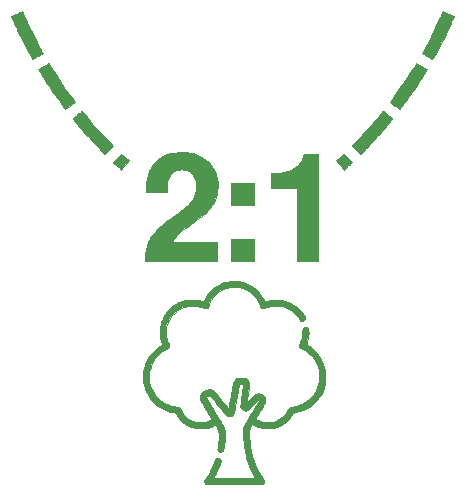
<source format=gbr>
G04 #@! TF.GenerationSoftware,KiCad,Pcbnew,5.1.5+dfsg1-2build2*
G04 #@! TF.CreationDate,2021-05-19T21:19:48-04:00*
G04 #@! TF.ProjectId,ocean_tile_wood,6f636561-6e5f-4746-996c-655f776f6f64,rev?*
G04 #@! TF.SameCoordinates,Original*
G04 #@! TF.FileFunction,Legend,Top*
G04 #@! TF.FilePolarity,Positive*
%FSLAX46Y46*%
G04 Gerber Fmt 4.6, Leading zero omitted, Abs format (unit mm)*
G04 Created by KiCad (PCBNEW 5.1.5+dfsg1-2build2) date 2021-05-19 21:19:48*
%MOMM*%
%LPD*%
G04 APERTURE LIST*
%ADD10C,0.010000*%
G04 APERTURE END LIST*
D10*
G36*
X685748Y-6856629D02*
G01*
X1019251Y-6915491D01*
X1336515Y-7013444D01*
X1637395Y-7150426D01*
X1921747Y-7326378D01*
X2189426Y-7541237D01*
X2338434Y-7685152D01*
X2558108Y-7939064D01*
X2741915Y-8210257D01*
X2850078Y-8413262D01*
X2891254Y-8495226D01*
X2921731Y-8543071D01*
X2945643Y-8562328D01*
X2960939Y-8561663D01*
X3052258Y-8532386D01*
X3173098Y-8501969D01*
X3310811Y-8472997D01*
X3452750Y-8448055D01*
X3586267Y-8429729D01*
X3627091Y-8425502D01*
X3960337Y-8415470D01*
X4292001Y-8446471D01*
X4617834Y-8517289D01*
X4933590Y-8626706D01*
X5235020Y-8773507D01*
X5517878Y-8956475D01*
X5540877Y-8973617D01*
X5669204Y-9079128D01*
X5800544Y-9202885D01*
X5929303Y-9338196D01*
X6049890Y-9478370D01*
X6156711Y-9616715D01*
X6244173Y-9746541D01*
X6306684Y-9861155D01*
X6328712Y-9916215D01*
X6340617Y-10012577D01*
X6315766Y-10101352D01*
X6259730Y-10174231D01*
X6178081Y-10222902D01*
X6113193Y-10237695D01*
X6031522Y-10235148D01*
X5960567Y-10206329D01*
X5893923Y-10146703D01*
X5825189Y-10051733D01*
X5805718Y-10019909D01*
X5634782Y-9773594D01*
X5432224Y-9553058D01*
X5201962Y-9361082D01*
X4947914Y-9200446D01*
X4673999Y-9073930D01*
X4384134Y-8984313D01*
X4328584Y-8971898D01*
X4190784Y-8950266D01*
X4029250Y-8936482D01*
X3858523Y-8930855D01*
X3693146Y-8933696D01*
X3547661Y-8945318D01*
X3489944Y-8953964D01*
X3381382Y-8977641D01*
X3258396Y-9010728D01*
X3134805Y-9048939D01*
X3024429Y-9087986D01*
X2941086Y-9123583D01*
X2937718Y-9125275D01*
X2863925Y-9151186D01*
X2781119Y-9164636D01*
X2764717Y-9165167D01*
X2674005Y-9151711D01*
X2602286Y-9108621D01*
X2545187Y-9031809D01*
X2498331Y-8917190D01*
X2497950Y-8915996D01*
X2385882Y-8632655D01*
X2238313Y-8370129D01*
X2057938Y-8130976D01*
X1847448Y-7917754D01*
X1609539Y-7733022D01*
X1346903Y-7579338D01*
X1062234Y-7459260D01*
X916167Y-7413645D01*
X834474Y-7391951D01*
X763541Y-7376468D01*
X693221Y-7366163D01*
X613365Y-7360004D01*
X513825Y-7356958D01*
X384452Y-7355992D01*
X349250Y-7355955D01*
X163635Y-7358906D01*
X8011Y-7369378D01*
X-129626Y-7389583D01*
X-261283Y-7421731D01*
X-398968Y-7468034D01*
X-519708Y-7515998D01*
X-780870Y-7647106D01*
X-1024691Y-7813891D01*
X-1246941Y-8011779D01*
X-1443393Y-8236196D01*
X-1609816Y-8482567D01*
X-1741981Y-8746317D01*
X-1799589Y-8900319D01*
X-1845591Y-9016636D01*
X-1898452Y-9098031D01*
X-1963210Y-9146279D01*
X-2044905Y-9163158D01*
X-2148575Y-9150445D01*
X-2279258Y-9109918D01*
X-2333996Y-9088818D01*
X-2572175Y-9007748D01*
X-2811230Y-8956791D01*
X-3065382Y-8933280D01*
X-3175883Y-8930958D01*
X-3401195Y-8938643D01*
X-3604093Y-8965076D01*
X-3801396Y-9013092D01*
X-3943514Y-9060455D01*
X-4219445Y-9182603D01*
X-4471929Y-9337252D01*
X-4699151Y-9520989D01*
X-4899301Y-9730404D01*
X-5070568Y-9962084D01*
X-5211138Y-10212619D01*
X-5319201Y-10478596D01*
X-5392945Y-10756605D01*
X-5430558Y-11043233D01*
X-5430229Y-11335069D01*
X-5390145Y-11628701D01*
X-5364910Y-11736984D01*
X-5340609Y-11817474D01*
X-5305533Y-11917925D01*
X-5266278Y-12019693D01*
X-5256301Y-12043834D01*
X-5202035Y-12183141D01*
X-5171894Y-12293073D01*
X-5167875Y-12380348D01*
X-5191980Y-12451681D01*
X-5246206Y-12513790D01*
X-5332554Y-12573392D01*
X-5429434Y-12625461D01*
X-5723546Y-12795972D01*
X-5987807Y-12995977D01*
X-6220965Y-13223855D01*
X-6421769Y-13477990D01*
X-6588967Y-13756762D01*
X-6721306Y-14058552D01*
X-6817534Y-14381743D01*
X-6829568Y-14435667D01*
X-6850744Y-14571930D01*
X-6863903Y-14735614D01*
X-6869022Y-14913428D01*
X-6866076Y-15092079D01*
X-6855040Y-15258275D01*
X-6835890Y-15398723D01*
X-6831375Y-15421203D01*
X-6744638Y-15734285D01*
X-6622979Y-16032310D01*
X-6469119Y-16311143D01*
X-6285781Y-16566646D01*
X-6075689Y-16794682D01*
X-5841565Y-16991115D01*
X-5761224Y-17047148D01*
X-5569296Y-17165383D01*
X-5378723Y-17262195D01*
X-5181004Y-17340465D01*
X-4967637Y-17403074D01*
X-4730121Y-17452904D01*
X-4459955Y-17492836D01*
X-4438365Y-17495485D01*
X-4333862Y-17525938D01*
X-4253559Y-17589970D01*
X-4195653Y-17689195D01*
X-4182965Y-17724249D01*
X-4094537Y-17929685D01*
X-3968771Y-18121020D01*
X-3809170Y-18295302D01*
X-3619236Y-18449578D01*
X-3402471Y-18580895D01*
X-3162376Y-18686300D01*
X-2971203Y-18746023D01*
X-2864014Y-18771639D01*
X-2766483Y-18788314D01*
X-2663114Y-18797860D01*
X-2538408Y-18802089D01*
X-2487083Y-18802647D01*
X-2262885Y-18796227D01*
X-2063833Y-18771745D01*
X-1875574Y-18726371D01*
X-1683754Y-18657273D01*
X-1626628Y-18632928D01*
X-1507006Y-18580425D01*
X-1998664Y-17761476D01*
X-2101209Y-17590016D01*
X-2197606Y-17427584D01*
X-2285515Y-17278216D01*
X-2362594Y-17145946D01*
X-2426501Y-17034809D01*
X-2474897Y-16948840D01*
X-2505440Y-16892073D01*
X-2515160Y-16871271D01*
X-2538066Y-16756582D01*
X-2537296Y-16626887D01*
X-2513987Y-16501478D01*
X-2489468Y-16435917D01*
X-2433956Y-16340473D01*
X-2362264Y-16261050D01*
X-2266580Y-16191092D01*
X-2139093Y-16124041D01*
X-2093482Y-16103513D01*
X-1933508Y-16043949D01*
X-1793301Y-16015762D01*
X-1664809Y-16018420D01*
X-1539981Y-16051390D01*
X-1507502Y-16064700D01*
X-1476895Y-16078450D01*
X-1448775Y-16092968D01*
X-1420588Y-16111072D01*
X-1389781Y-16135581D01*
X-1353800Y-16169312D01*
X-1310094Y-16215084D01*
X-1256107Y-16275713D01*
X-1189288Y-16354019D01*
X-1107083Y-16452819D01*
X-1006938Y-16574932D01*
X-886302Y-16723174D01*
X-742619Y-16900364D01*
X-677333Y-16980950D01*
X-560220Y-17125297D01*
X-451624Y-17258716D01*
X-354373Y-17377766D01*
X-271293Y-17479005D01*
X-205212Y-17558992D01*
X-158956Y-17614287D01*
X-135353Y-17641447D01*
X-132893Y-17643667D01*
X-128431Y-17622763D01*
X-117354Y-17564040D01*
X-100359Y-17471379D01*
X-78145Y-17348659D01*
X-51409Y-17199758D01*
X-20851Y-17028555D01*
X12834Y-16838930D01*
X48945Y-16634762D01*
X63687Y-16551171D01*
X101117Y-16339797D01*
X136950Y-16139404D01*
X170414Y-15954179D01*
X200737Y-15788308D01*
X227146Y-15645977D01*
X248868Y-15531374D01*
X265130Y-15448685D01*
X275161Y-15402097D01*
X277008Y-15395243D01*
X313539Y-15323486D01*
X375311Y-15242581D01*
X451101Y-15164884D01*
X529684Y-15102754D01*
X558203Y-15085657D01*
X601024Y-15065331D01*
X645457Y-15051976D01*
X701451Y-15044283D01*
X778957Y-15040941D01*
X887922Y-15040640D01*
X899584Y-15040717D01*
X1016229Y-15042762D01*
X1101379Y-15047941D01*
X1165840Y-15057718D01*
X1220417Y-15073557D01*
X1259417Y-15089427D01*
X1395748Y-15170505D01*
X1499837Y-15277216D01*
X1569425Y-15406488D01*
X1602255Y-15555248D01*
X1602318Y-15555968D01*
X1602252Y-15616522D01*
X1595333Y-15716643D01*
X1581789Y-15854163D01*
X1561848Y-16026911D01*
X1535737Y-16232720D01*
X1515303Y-16385112D01*
X1492319Y-16553749D01*
X1471275Y-16708837D01*
X1452834Y-16845441D01*
X1437658Y-16958625D01*
X1426410Y-17043455D01*
X1419751Y-17094996D01*
X1418167Y-17108847D01*
X1432204Y-17098257D01*
X1471444Y-17061533D01*
X1531579Y-17002891D01*
X1608302Y-16926551D01*
X1697305Y-16836729D01*
X1728485Y-16805003D01*
X1859710Y-16673613D01*
X1968645Y-16571066D01*
X2060505Y-16494024D01*
X2140504Y-16439146D01*
X2213856Y-16403095D01*
X2285774Y-16382530D01*
X2361472Y-16374113D01*
X2402417Y-16373417D01*
X2541808Y-16385802D01*
X2657238Y-16424124D01*
X2761370Y-16493096D01*
X2788712Y-16517141D01*
X2877679Y-16610800D01*
X2934250Y-16703293D01*
X2964257Y-16808084D01*
X2973530Y-16938635D01*
X2973550Y-16943917D01*
X2973635Y-16990332D01*
X2972381Y-17030904D01*
X2967852Y-17069409D01*
X2958113Y-17109625D01*
X2941229Y-17155327D01*
X2915265Y-17210295D01*
X2878286Y-17278303D01*
X2828357Y-17363129D01*
X2763541Y-17468551D01*
X2681905Y-17598344D01*
X2581513Y-17756286D01*
X2460429Y-17946153D01*
X2458401Y-17949334D01*
X2355023Y-18110541D01*
X2272527Y-18239529D01*
X2210374Y-18340592D01*
X2168025Y-18418025D01*
X2144943Y-18476123D01*
X2140590Y-18519182D01*
X2154427Y-18551495D01*
X2185916Y-18577358D01*
X2234518Y-18601066D01*
X2299697Y-18626914D01*
X2370010Y-18654707D01*
X2546262Y-18719522D01*
X2713203Y-18763808D01*
X2885331Y-18790220D01*
X3077141Y-18801413D01*
X3175000Y-18802187D01*
X3310419Y-18799984D01*
X3417742Y-18793677D01*
X3511131Y-18781692D01*
X3604748Y-18762454D01*
X3662077Y-18748051D01*
X3929354Y-18660062D01*
X4170609Y-18544216D01*
X4383505Y-18402429D01*
X4565707Y-18236618D01*
X4714879Y-18048698D01*
X4828685Y-17840587D01*
X4858575Y-17766472D01*
X4913567Y-17646058D01*
X4977464Y-17563436D01*
X5054513Y-17514325D01*
X5126282Y-17496549D01*
X5290697Y-17475439D01*
X5422024Y-17456429D01*
X5529335Y-17437809D01*
X5621705Y-17417863D01*
X5708206Y-17394879D01*
X5778500Y-17373402D01*
X6088046Y-17252845D01*
X6375676Y-17096583D01*
X6639244Y-16906343D01*
X6876601Y-16683854D01*
X7085600Y-16430844D01*
X7234424Y-16201619D01*
X7365426Y-15937166D01*
X7466023Y-15652520D01*
X7534303Y-15356542D01*
X7568355Y-15058094D01*
X7566269Y-14766036D01*
X7559703Y-14693456D01*
X7503210Y-14357295D01*
X7409397Y-14040436D01*
X7279292Y-13744381D01*
X7113926Y-13470628D01*
X6914328Y-13220679D01*
X6681526Y-12996032D01*
X6416552Y-12798189D01*
X6154085Y-12645652D01*
X6058086Y-12593495D01*
X5976481Y-12543702D01*
X5917702Y-12501721D01*
X5892069Y-12476374D01*
X5864603Y-12413868D01*
X5859183Y-12338827D01*
X5876608Y-12244965D01*
X5917675Y-12125995D01*
X5944867Y-12060778D01*
X6022022Y-11858882D01*
X6076167Y-11657518D01*
X6109900Y-11443929D01*
X6125816Y-11205361D01*
X6126828Y-11166596D01*
X6133176Y-10871442D01*
X6209527Y-10801471D01*
X6267528Y-10755872D01*
X6322725Y-10735552D01*
X6383556Y-10731500D01*
X6453171Y-10737118D01*
X6504434Y-10760261D01*
X6550989Y-10801255D01*
X6587507Y-10841763D01*
X6610323Y-10882191D01*
X6624301Y-10935867D01*
X6634303Y-11016119D01*
X6636051Y-11034364D01*
X6641804Y-11234268D01*
X6625578Y-11458090D01*
X6588928Y-11694556D01*
X6533410Y-11932396D01*
X6494051Y-12063850D01*
X6471109Y-12136446D01*
X6461281Y-12179660D01*
X6464285Y-12204268D01*
X6479841Y-12221046D01*
X6489771Y-12228157D01*
X6523356Y-12250707D01*
X6583390Y-12290310D01*
X6660798Y-12341000D01*
X6731000Y-12386736D01*
X6876866Y-12492756D01*
X7033587Y-12625986D01*
X7191372Y-12776679D01*
X7340432Y-12935090D01*
X7470975Y-13091469D01*
X7553611Y-13205713D01*
X7737176Y-13519623D01*
X7884589Y-13852758D01*
X7993537Y-14199409D01*
X8037231Y-14399185D01*
X8056570Y-14542477D01*
X8068585Y-14714365D01*
X8073283Y-14901748D01*
X8070669Y-15091528D01*
X8060749Y-15270605D01*
X8043530Y-15425881D01*
X8036739Y-15466982D01*
X7952367Y-15814415D01*
X7828430Y-16152555D01*
X7667614Y-16474785D01*
X7552720Y-16660454D01*
X7468890Y-16774435D01*
X7361845Y-16903020D01*
X7240484Y-17036862D01*
X7113707Y-17166610D01*
X6990413Y-17282916D01*
X6879503Y-17376429D01*
X6850225Y-17398459D01*
X6541716Y-17596615D01*
X6213745Y-17757606D01*
X5869124Y-17880265D01*
X5510663Y-17963428D01*
X5471407Y-17969971D01*
X5393923Y-17983304D01*
X5346871Y-17997036D01*
X5318873Y-18018197D01*
X5298548Y-18053820D01*
X5285352Y-18084945D01*
X5210768Y-18230393D01*
X5105429Y-18386236D01*
X4976455Y-18543958D01*
X4830964Y-18695039D01*
X4676075Y-18830963D01*
X4635500Y-18862499D01*
X4568190Y-18907876D01*
X4475456Y-18963056D01*
X4370479Y-19020477D01*
X4283881Y-19064233D01*
X3985413Y-19185545D01*
X3675098Y-19268086D01*
X3357530Y-19311885D01*
X3037305Y-19316973D01*
X2719018Y-19283377D01*
X2407265Y-19211128D01*
X2106641Y-19100254D01*
X1999606Y-19049677D01*
X1923342Y-19012061D01*
X1861958Y-18983088D01*
X1824813Y-18967118D01*
X1818575Y-18965334D01*
X1801508Y-18983818D01*
X1774657Y-19033111D01*
X1741959Y-19103972D01*
X1707349Y-19187163D01*
X1674763Y-19273444D01*
X1648138Y-19353574D01*
X1638234Y-19388667D01*
X1617199Y-19500378D01*
X1606495Y-19635896D01*
X1606169Y-19799083D01*
X1616268Y-19993796D01*
X1636838Y-20223897D01*
X1649654Y-20341167D01*
X1713475Y-20821542D01*
X1791134Y-21264607D01*
X1883666Y-21673405D01*
X1992108Y-22050977D01*
X2117495Y-22400364D01*
X2260864Y-22724610D01*
X2423250Y-23026754D01*
X2605688Y-23309840D01*
X2708352Y-23449902D01*
X2769509Y-23530951D01*
X2822478Y-23603079D01*
X2861030Y-23657687D01*
X2877827Y-23683931D01*
X2897879Y-23759072D01*
X2892330Y-23847473D01*
X2867725Y-23919026D01*
X2858483Y-23938280D01*
X2850230Y-23955476D01*
X2840652Y-23970731D01*
X2827435Y-23984160D01*
X2808264Y-23995880D01*
X2780825Y-24006006D01*
X2742804Y-24014653D01*
X2691887Y-24021939D01*
X2625759Y-24027978D01*
X2542107Y-24032886D01*
X2438615Y-24036779D01*
X2312970Y-24039774D01*
X2162857Y-24041985D01*
X1985963Y-24043528D01*
X1779972Y-24044520D01*
X1542571Y-24045076D01*
X1271446Y-24045311D01*
X964282Y-24045343D01*
X618765Y-24045285D01*
X345010Y-24045254D01*
X-22147Y-24045225D01*
X-349348Y-24045138D01*
X-638971Y-24044951D01*
X-893394Y-24044626D01*
X-1114993Y-24044120D01*
X-1306148Y-24043396D01*
X-1469234Y-24042411D01*
X-1606631Y-24041126D01*
X-1720715Y-24039500D01*
X-1813864Y-24037494D01*
X-1888456Y-24035067D01*
X-1946868Y-24032179D01*
X-1991479Y-24028790D01*
X-2024665Y-24024858D01*
X-2048804Y-24020345D01*
X-2066273Y-24015210D01*
X-2079452Y-24009412D01*
X-2088857Y-24004054D01*
X-2154000Y-23952471D01*
X-2189203Y-23889483D01*
X-2201137Y-23802124D01*
X-2201333Y-23785362D01*
X-2198867Y-23742361D01*
X-2188554Y-23702265D01*
X-2166024Y-23656817D01*
X-2126906Y-23597756D01*
X-2066828Y-23516823D01*
X-2042095Y-23484477D01*
X-1812786Y-23155455D01*
X-1616300Y-22807388D01*
X-1449189Y-22433878D01*
X-1386741Y-22267334D01*
X-1333778Y-22121030D01*
X-1290111Y-22010144D01*
X-1252027Y-21929806D01*
X-1215813Y-21875149D01*
X-1177754Y-21841304D01*
X-1134138Y-21823404D01*
X-1081252Y-21816581D01*
X-1042300Y-21815778D01*
X-941619Y-21833428D01*
X-864945Y-21885878D01*
X-813299Y-21972378D01*
X-807900Y-21987853D01*
X-797554Y-22023940D01*
X-793265Y-22057851D01*
X-796517Y-22097578D01*
X-808794Y-22151112D01*
X-831580Y-22226444D01*
X-866359Y-22331565D01*
X-878294Y-22366967D01*
X-932157Y-22515089D01*
X-998494Y-22679729D01*
X-1072712Y-22850838D01*
X-1150212Y-23018366D01*
X-1226400Y-23172263D01*
X-1296680Y-23302478D01*
X-1336324Y-23368570D01*
X-1377088Y-23432885D01*
X-1409864Y-23484975D01*
X-1425911Y-23510875D01*
X-1421227Y-23515715D01*
X-1399488Y-23519965D01*
X-1358455Y-23523657D01*
X-1295890Y-23526826D01*
X-1209552Y-23529504D01*
X-1097204Y-23531725D01*
X-956606Y-23533522D01*
X-785519Y-23534930D01*
X-581704Y-23535980D01*
X-342922Y-23536707D01*
X-66934Y-23537144D01*
X248499Y-23537324D01*
X347574Y-23537334D01*
X2136980Y-23537334D01*
X2044784Y-23394459D01*
X1891052Y-23131418D01*
X1745646Y-22833620D01*
X1611336Y-22508273D01*
X1490894Y-22162585D01*
X1387092Y-21803767D01*
X1313825Y-21492943D01*
X1277284Y-21307500D01*
X1241905Y-21105289D01*
X1208414Y-20892500D01*
X1177539Y-20675321D01*
X1150006Y-20459942D01*
X1126542Y-20252550D01*
X1107874Y-20059336D01*
X1094730Y-19886487D01*
X1087836Y-19740193D01*
X1087920Y-19626643D01*
X1090252Y-19589750D01*
X1123084Y-19367188D01*
X1178510Y-19147087D01*
X1251977Y-18946877D01*
X1266426Y-18915020D01*
X1294089Y-18862380D01*
X1341983Y-18778455D01*
X1407474Y-18667586D01*
X1487924Y-18534114D01*
X1580698Y-18382379D01*
X1683160Y-18216724D01*
X1792673Y-18041487D01*
X1904283Y-17864667D01*
X2014837Y-17690015D01*
X2118460Y-17525582D01*
X2212928Y-17374947D01*
X2296018Y-17241691D01*
X2365505Y-17129393D01*
X2419167Y-17041634D01*
X2454779Y-16981994D01*
X2470119Y-16954053D01*
X2470487Y-16953022D01*
X2463214Y-16913885D01*
X2444847Y-16891080D01*
X2432149Y-16885590D01*
X2413958Y-16889379D01*
X2386969Y-16905311D01*
X2347874Y-16936254D01*
X2293369Y-16985073D01*
X2220147Y-17054635D01*
X2124902Y-17147805D01*
X2004328Y-17267450D01*
X1961833Y-17309821D01*
X1810979Y-17458665D01*
X1682677Y-17581709D01*
X1578301Y-17677704D01*
X1499227Y-17745396D01*
X1446830Y-17783534D01*
X1434722Y-17789804D01*
X1312946Y-17819026D01*
X1192300Y-17810104D01*
X1080363Y-17766733D01*
X984717Y-17692607D01*
X912942Y-17591422D01*
X885311Y-17522034D01*
X879506Y-17497080D01*
X876154Y-17465674D01*
X875638Y-17423860D01*
X878339Y-17367684D01*
X884638Y-17293187D01*
X894917Y-17196414D01*
X909557Y-17073409D01*
X928941Y-16920216D01*
X953449Y-16732878D01*
X982358Y-16515699D01*
X1012499Y-16286616D01*
X1037951Y-16085282D01*
X1058456Y-15914033D01*
X1073758Y-15775207D01*
X1083600Y-15671139D01*
X1087725Y-15604166D01*
X1085876Y-15576623D01*
X1085652Y-15576352D01*
X1055673Y-15564403D01*
X996563Y-15552432D01*
X925444Y-15543498D01*
X850006Y-15537463D01*
X805700Y-15538722D01*
X781594Y-15549802D01*
X766755Y-15573232D01*
X763355Y-15580982D01*
X755815Y-15610700D01*
X741797Y-15678249D01*
X722022Y-15779742D01*
X697207Y-15911292D01*
X668073Y-16069014D01*
X635340Y-16249020D01*
X599725Y-16447423D01*
X561949Y-16660338D01*
X531375Y-16834389D01*
X484577Y-17101695D01*
X444174Y-17330525D01*
X409245Y-17524101D01*
X378867Y-17685643D01*
X352121Y-17818373D01*
X328084Y-17925511D01*
X305836Y-18010278D01*
X284455Y-18075895D01*
X263019Y-18125583D01*
X240608Y-18162563D01*
X216301Y-18190056D01*
X189175Y-18211283D01*
X158309Y-18229464D01*
X127820Y-18245249D01*
X41446Y-18274390D01*
X-60653Y-18287214D01*
X-161128Y-18283133D01*
X-242631Y-18261557D01*
X-249759Y-18258056D01*
X-270702Y-18246179D01*
X-292531Y-18231044D01*
X-317595Y-18209944D01*
X-348243Y-18180172D01*
X-386825Y-18139021D01*
X-435688Y-18083784D01*
X-497183Y-18011755D01*
X-573658Y-17920226D01*
X-667463Y-17806490D01*
X-780947Y-17667841D01*
X-916458Y-17501572D01*
X-1068740Y-17314334D01*
X-1196255Y-17157806D01*
X-1316131Y-17011315D01*
X-1425636Y-16878154D01*
X-1522036Y-16761617D01*
X-1602595Y-16664998D01*
X-1664582Y-16591591D01*
X-1705260Y-16544689D01*
X-1721654Y-16527697D01*
X-1752300Y-16528516D01*
X-1809241Y-16543984D01*
X-1880436Y-16570791D01*
X-1883989Y-16572299D01*
X-1957932Y-16606154D01*
X-1999884Y-16632960D01*
X-2017962Y-16659207D01*
X-2020752Y-16681602D01*
X-2009968Y-16708368D01*
X-1979087Y-16768123D01*
X-1929957Y-16857652D01*
X-1864426Y-16973743D01*
X-1784340Y-17113181D01*
X-1691548Y-17272753D01*
X-1587895Y-17449246D01*
X-1475230Y-17639445D01*
X-1355401Y-17840137D01*
X-1340690Y-17864667D01*
X-1219173Y-18067495D01*
X-1102850Y-18262202D01*
X-993778Y-18445305D01*
X-894019Y-18613321D01*
X-805631Y-18762769D01*
X-730673Y-18890166D01*
X-671205Y-18992029D01*
X-629285Y-19064877D01*
X-606972Y-19105227D01*
X-606073Y-19106992D01*
X-515491Y-19332092D01*
X-456106Y-19583201D01*
X-428281Y-19857316D01*
X-432382Y-20151440D01*
X-453725Y-20362334D01*
X-487270Y-20602866D01*
X-517918Y-20805381D01*
X-545514Y-20968998D01*
X-569900Y-21092836D01*
X-590922Y-21176014D01*
X-603934Y-21210323D01*
X-661724Y-21280715D01*
X-740530Y-21321360D01*
X-830227Y-21331189D01*
X-920690Y-21309134D01*
X-1001795Y-21254127D01*
X-1003440Y-21252496D01*
X-1028414Y-21225166D01*
X-1046981Y-21196114D01*
X-1059104Y-21160249D01*
X-1064746Y-21112484D01*
X-1063868Y-21047727D01*
X-1056434Y-20960890D01*
X-1042406Y-20846883D01*
X-1021746Y-20700618D01*
X-998211Y-20542250D01*
X-966370Y-20314227D01*
X-945475Y-20120730D01*
X-936005Y-19955268D01*
X-938440Y-19811347D01*
X-953259Y-19682476D01*
X-980943Y-19562161D01*
X-1021970Y-19443911D01*
X-1076821Y-19321233D01*
X-1090446Y-19293692D01*
X-1144502Y-19185556D01*
X-1184686Y-19110559D01*
X-1217681Y-19064833D01*
X-1250173Y-19044509D01*
X-1288844Y-19045718D01*
X-1340379Y-19064592D01*
X-1411462Y-19097263D01*
X-1421711Y-19101967D01*
X-1642982Y-19186762D01*
X-1889493Y-19252975D01*
X-2147328Y-19298122D01*
X-2402575Y-19319715D01*
X-2623343Y-19316630D01*
X-2947208Y-19275649D01*
X-3253143Y-19200386D01*
X-3538696Y-19092342D01*
X-3801414Y-18953019D01*
X-4038846Y-18783919D01*
X-4248537Y-18586545D01*
X-4428036Y-18362399D01*
X-4568905Y-18124955D01*
X-4606525Y-18054414D01*
X-4636649Y-18013196D01*
X-4668809Y-17991863D01*
X-4712534Y-17980980D01*
X-4714677Y-17980626D01*
X-5069081Y-17907588D01*
X-5393212Y-17808513D01*
X-5691859Y-17681092D01*
X-5969807Y-17523012D01*
X-6231846Y-17331961D01*
X-6439246Y-17148076D01*
X-6687805Y-16881856D01*
X-6899095Y-16595833D01*
X-7073611Y-16289119D01*
X-7211849Y-15960824D01*
X-7314302Y-15610061D01*
X-7327598Y-15550905D01*
X-7353483Y-15391000D01*
X-7370144Y-15202276D01*
X-7377581Y-14997228D01*
X-7375794Y-14788352D01*
X-7364784Y-14588146D01*
X-7344549Y-14409105D01*
X-7327598Y-14315262D01*
X-7242145Y-13999695D01*
X-7125187Y-13692192D01*
X-6981000Y-13402320D01*
X-6813856Y-13139646D01*
X-6784747Y-13100086D01*
X-6641410Y-12926879D01*
X-6472145Y-12751016D01*
X-6289321Y-12584133D01*
X-6105309Y-12437866D01*
X-6011333Y-12372552D01*
X-5925516Y-12316088D01*
X-5852560Y-12267726D01*
X-5799789Y-12232346D01*
X-5774528Y-12214829D01*
X-5773894Y-12214328D01*
X-5772741Y-12189740D01*
X-5783214Y-12135604D01*
X-5803148Y-12062394D01*
X-5809607Y-12041547D01*
X-5862120Y-11862007D01*
X-5898749Y-11698772D01*
X-5921782Y-11536599D01*
X-5933504Y-11360250D01*
X-5936277Y-11197167D01*
X-5933230Y-11001992D01*
X-5922244Y-10835240D01*
X-5901408Y-10683429D01*
X-5868808Y-10533080D01*
X-5822533Y-10370713D01*
X-5816198Y-10350500D01*
X-5711713Y-10067492D01*
X-5583680Y-9810964D01*
X-5426722Y-9572128D01*
X-5235459Y-9342200D01*
X-5134677Y-9237205D01*
X-4879870Y-9006760D01*
X-4614535Y-8816350D01*
X-4335192Y-8664348D01*
X-4038364Y-8549127D01*
X-3720576Y-8469059D01*
X-3397250Y-8424179D01*
X-3215309Y-8416515D01*
X-3014340Y-8422994D01*
X-2806522Y-8442148D01*
X-2604037Y-8472511D01*
X-2419065Y-8512614D01*
X-2264833Y-8560593D01*
X-2244688Y-8555057D01*
X-2216710Y-8522777D01*
X-2178175Y-8459784D01*
X-2126363Y-8362114D01*
X-2119875Y-8349356D01*
X-1946597Y-8053185D01*
X-1741733Y-7784536D01*
X-1507209Y-7545068D01*
X-1244952Y-7336439D01*
X-956891Y-7160309D01*
X-644953Y-7018335D01*
X-521973Y-6974159D01*
X-270631Y-6902081D01*
X-24678Y-6857760D01*
X233661Y-6838354D01*
X336148Y-6836919D01*
X685748Y-6856629D01*
G37*
X685748Y-6856629D02*
X1019251Y-6915491D01*
X1336515Y-7013444D01*
X1637395Y-7150426D01*
X1921747Y-7326378D01*
X2189426Y-7541237D01*
X2338434Y-7685152D01*
X2558108Y-7939064D01*
X2741915Y-8210257D01*
X2850078Y-8413262D01*
X2891254Y-8495226D01*
X2921731Y-8543071D01*
X2945643Y-8562328D01*
X2960939Y-8561663D01*
X3052258Y-8532386D01*
X3173098Y-8501969D01*
X3310811Y-8472997D01*
X3452750Y-8448055D01*
X3586267Y-8429729D01*
X3627091Y-8425502D01*
X3960337Y-8415470D01*
X4292001Y-8446471D01*
X4617834Y-8517289D01*
X4933590Y-8626706D01*
X5235020Y-8773507D01*
X5517878Y-8956475D01*
X5540877Y-8973617D01*
X5669204Y-9079128D01*
X5800544Y-9202885D01*
X5929303Y-9338196D01*
X6049890Y-9478370D01*
X6156711Y-9616715D01*
X6244173Y-9746541D01*
X6306684Y-9861155D01*
X6328712Y-9916215D01*
X6340617Y-10012577D01*
X6315766Y-10101352D01*
X6259730Y-10174231D01*
X6178081Y-10222902D01*
X6113193Y-10237695D01*
X6031522Y-10235148D01*
X5960567Y-10206329D01*
X5893923Y-10146703D01*
X5825189Y-10051733D01*
X5805718Y-10019909D01*
X5634782Y-9773594D01*
X5432224Y-9553058D01*
X5201962Y-9361082D01*
X4947914Y-9200446D01*
X4673999Y-9073930D01*
X4384134Y-8984313D01*
X4328584Y-8971898D01*
X4190784Y-8950266D01*
X4029250Y-8936482D01*
X3858523Y-8930855D01*
X3693146Y-8933696D01*
X3547661Y-8945318D01*
X3489944Y-8953964D01*
X3381382Y-8977641D01*
X3258396Y-9010728D01*
X3134805Y-9048939D01*
X3024429Y-9087986D01*
X2941086Y-9123583D01*
X2937718Y-9125275D01*
X2863925Y-9151186D01*
X2781119Y-9164636D01*
X2764717Y-9165167D01*
X2674005Y-9151711D01*
X2602286Y-9108621D01*
X2545187Y-9031809D01*
X2498331Y-8917190D01*
X2497950Y-8915996D01*
X2385882Y-8632655D01*
X2238313Y-8370129D01*
X2057938Y-8130976D01*
X1847448Y-7917754D01*
X1609539Y-7733022D01*
X1346903Y-7579338D01*
X1062234Y-7459260D01*
X916167Y-7413645D01*
X834474Y-7391951D01*
X763541Y-7376468D01*
X693221Y-7366163D01*
X613365Y-7360004D01*
X513825Y-7356958D01*
X384452Y-7355992D01*
X349250Y-7355955D01*
X163635Y-7358906D01*
X8011Y-7369378D01*
X-129626Y-7389583D01*
X-261283Y-7421731D01*
X-398968Y-7468034D01*
X-519708Y-7515998D01*
X-780870Y-7647106D01*
X-1024691Y-7813891D01*
X-1246941Y-8011779D01*
X-1443393Y-8236196D01*
X-1609816Y-8482567D01*
X-1741981Y-8746317D01*
X-1799589Y-8900319D01*
X-1845591Y-9016636D01*
X-1898452Y-9098031D01*
X-1963210Y-9146279D01*
X-2044905Y-9163158D01*
X-2148575Y-9150445D01*
X-2279258Y-9109918D01*
X-2333996Y-9088818D01*
X-2572175Y-9007748D01*
X-2811230Y-8956791D01*
X-3065382Y-8933280D01*
X-3175883Y-8930958D01*
X-3401195Y-8938643D01*
X-3604093Y-8965076D01*
X-3801396Y-9013092D01*
X-3943514Y-9060455D01*
X-4219445Y-9182603D01*
X-4471929Y-9337252D01*
X-4699151Y-9520989D01*
X-4899301Y-9730404D01*
X-5070568Y-9962084D01*
X-5211138Y-10212619D01*
X-5319201Y-10478596D01*
X-5392945Y-10756605D01*
X-5430558Y-11043233D01*
X-5430229Y-11335069D01*
X-5390145Y-11628701D01*
X-5364910Y-11736984D01*
X-5340609Y-11817474D01*
X-5305533Y-11917925D01*
X-5266278Y-12019693D01*
X-5256301Y-12043834D01*
X-5202035Y-12183141D01*
X-5171894Y-12293073D01*
X-5167875Y-12380348D01*
X-5191980Y-12451681D01*
X-5246206Y-12513790D01*
X-5332554Y-12573392D01*
X-5429434Y-12625461D01*
X-5723546Y-12795972D01*
X-5987807Y-12995977D01*
X-6220965Y-13223855D01*
X-6421769Y-13477990D01*
X-6588967Y-13756762D01*
X-6721306Y-14058552D01*
X-6817534Y-14381743D01*
X-6829568Y-14435667D01*
X-6850744Y-14571930D01*
X-6863903Y-14735614D01*
X-6869022Y-14913428D01*
X-6866076Y-15092079D01*
X-6855040Y-15258275D01*
X-6835890Y-15398723D01*
X-6831375Y-15421203D01*
X-6744638Y-15734285D01*
X-6622979Y-16032310D01*
X-6469119Y-16311143D01*
X-6285781Y-16566646D01*
X-6075689Y-16794682D01*
X-5841565Y-16991115D01*
X-5761224Y-17047148D01*
X-5569296Y-17165383D01*
X-5378723Y-17262195D01*
X-5181004Y-17340465D01*
X-4967637Y-17403074D01*
X-4730121Y-17452904D01*
X-4459955Y-17492836D01*
X-4438365Y-17495485D01*
X-4333862Y-17525938D01*
X-4253559Y-17589970D01*
X-4195653Y-17689195D01*
X-4182965Y-17724249D01*
X-4094537Y-17929685D01*
X-3968771Y-18121020D01*
X-3809170Y-18295302D01*
X-3619236Y-18449578D01*
X-3402471Y-18580895D01*
X-3162376Y-18686300D01*
X-2971203Y-18746023D01*
X-2864014Y-18771639D01*
X-2766483Y-18788314D01*
X-2663114Y-18797860D01*
X-2538408Y-18802089D01*
X-2487083Y-18802647D01*
X-2262885Y-18796227D01*
X-2063833Y-18771745D01*
X-1875574Y-18726371D01*
X-1683754Y-18657273D01*
X-1626628Y-18632928D01*
X-1507006Y-18580425D01*
X-1998664Y-17761476D01*
X-2101209Y-17590016D01*
X-2197606Y-17427584D01*
X-2285515Y-17278216D01*
X-2362594Y-17145946D01*
X-2426501Y-17034809D01*
X-2474897Y-16948840D01*
X-2505440Y-16892073D01*
X-2515160Y-16871271D01*
X-2538066Y-16756582D01*
X-2537296Y-16626887D01*
X-2513987Y-16501478D01*
X-2489468Y-16435917D01*
X-2433956Y-16340473D01*
X-2362264Y-16261050D01*
X-2266580Y-16191092D01*
X-2139093Y-16124041D01*
X-2093482Y-16103513D01*
X-1933508Y-16043949D01*
X-1793301Y-16015762D01*
X-1664809Y-16018420D01*
X-1539981Y-16051390D01*
X-1507502Y-16064700D01*
X-1476895Y-16078450D01*
X-1448775Y-16092968D01*
X-1420588Y-16111072D01*
X-1389781Y-16135581D01*
X-1353800Y-16169312D01*
X-1310094Y-16215084D01*
X-1256107Y-16275713D01*
X-1189288Y-16354019D01*
X-1107083Y-16452819D01*
X-1006938Y-16574932D01*
X-886302Y-16723174D01*
X-742619Y-16900364D01*
X-677333Y-16980950D01*
X-560220Y-17125297D01*
X-451624Y-17258716D01*
X-354373Y-17377766D01*
X-271293Y-17479005D01*
X-205212Y-17558992D01*
X-158956Y-17614287D01*
X-135353Y-17641447D01*
X-132893Y-17643667D01*
X-128431Y-17622763D01*
X-117354Y-17564040D01*
X-100359Y-17471379D01*
X-78145Y-17348659D01*
X-51409Y-17199758D01*
X-20851Y-17028555D01*
X12834Y-16838930D01*
X48945Y-16634762D01*
X63687Y-16551171D01*
X101117Y-16339797D01*
X136950Y-16139404D01*
X170414Y-15954179D01*
X200737Y-15788308D01*
X227146Y-15645977D01*
X248868Y-15531374D01*
X265130Y-15448685D01*
X275161Y-15402097D01*
X277008Y-15395243D01*
X313539Y-15323486D01*
X375311Y-15242581D01*
X451101Y-15164884D01*
X529684Y-15102754D01*
X558203Y-15085657D01*
X601024Y-15065331D01*
X645457Y-15051976D01*
X701451Y-15044283D01*
X778957Y-15040941D01*
X887922Y-15040640D01*
X899584Y-15040717D01*
X1016229Y-15042762D01*
X1101379Y-15047941D01*
X1165840Y-15057718D01*
X1220417Y-15073557D01*
X1259417Y-15089427D01*
X1395748Y-15170505D01*
X1499837Y-15277216D01*
X1569425Y-15406488D01*
X1602255Y-15555248D01*
X1602318Y-15555968D01*
X1602252Y-15616522D01*
X1595333Y-15716643D01*
X1581789Y-15854163D01*
X1561848Y-16026911D01*
X1535737Y-16232720D01*
X1515303Y-16385112D01*
X1492319Y-16553749D01*
X1471275Y-16708837D01*
X1452834Y-16845441D01*
X1437658Y-16958625D01*
X1426410Y-17043455D01*
X1419751Y-17094996D01*
X1418167Y-17108847D01*
X1432204Y-17098257D01*
X1471444Y-17061533D01*
X1531579Y-17002891D01*
X1608302Y-16926551D01*
X1697305Y-16836729D01*
X1728485Y-16805003D01*
X1859710Y-16673613D01*
X1968645Y-16571066D01*
X2060505Y-16494024D01*
X2140504Y-16439146D01*
X2213856Y-16403095D01*
X2285774Y-16382530D01*
X2361472Y-16374113D01*
X2402417Y-16373417D01*
X2541808Y-16385802D01*
X2657238Y-16424124D01*
X2761370Y-16493096D01*
X2788712Y-16517141D01*
X2877679Y-16610800D01*
X2934250Y-16703293D01*
X2964257Y-16808084D01*
X2973530Y-16938635D01*
X2973550Y-16943917D01*
X2973635Y-16990332D01*
X2972381Y-17030904D01*
X2967852Y-17069409D01*
X2958113Y-17109625D01*
X2941229Y-17155327D01*
X2915265Y-17210295D01*
X2878286Y-17278303D01*
X2828357Y-17363129D01*
X2763541Y-17468551D01*
X2681905Y-17598344D01*
X2581513Y-17756286D01*
X2460429Y-17946153D01*
X2458401Y-17949334D01*
X2355023Y-18110541D01*
X2272527Y-18239529D01*
X2210374Y-18340592D01*
X2168025Y-18418025D01*
X2144943Y-18476123D01*
X2140590Y-18519182D01*
X2154427Y-18551495D01*
X2185916Y-18577358D01*
X2234518Y-18601066D01*
X2299697Y-18626914D01*
X2370010Y-18654707D01*
X2546262Y-18719522D01*
X2713203Y-18763808D01*
X2885331Y-18790220D01*
X3077141Y-18801413D01*
X3175000Y-18802187D01*
X3310419Y-18799984D01*
X3417742Y-18793677D01*
X3511131Y-18781692D01*
X3604748Y-18762454D01*
X3662077Y-18748051D01*
X3929354Y-18660062D01*
X4170609Y-18544216D01*
X4383505Y-18402429D01*
X4565707Y-18236618D01*
X4714879Y-18048698D01*
X4828685Y-17840587D01*
X4858575Y-17766472D01*
X4913567Y-17646058D01*
X4977464Y-17563436D01*
X5054513Y-17514325D01*
X5126282Y-17496549D01*
X5290697Y-17475439D01*
X5422024Y-17456429D01*
X5529335Y-17437809D01*
X5621705Y-17417863D01*
X5708206Y-17394879D01*
X5778500Y-17373402D01*
X6088046Y-17252845D01*
X6375676Y-17096583D01*
X6639244Y-16906343D01*
X6876601Y-16683854D01*
X7085600Y-16430844D01*
X7234424Y-16201619D01*
X7365426Y-15937166D01*
X7466023Y-15652520D01*
X7534303Y-15356542D01*
X7568355Y-15058094D01*
X7566269Y-14766036D01*
X7559703Y-14693456D01*
X7503210Y-14357295D01*
X7409397Y-14040436D01*
X7279292Y-13744381D01*
X7113926Y-13470628D01*
X6914328Y-13220679D01*
X6681526Y-12996032D01*
X6416552Y-12798189D01*
X6154085Y-12645652D01*
X6058086Y-12593495D01*
X5976481Y-12543702D01*
X5917702Y-12501721D01*
X5892069Y-12476374D01*
X5864603Y-12413868D01*
X5859183Y-12338827D01*
X5876608Y-12244965D01*
X5917675Y-12125995D01*
X5944867Y-12060778D01*
X6022022Y-11858882D01*
X6076167Y-11657518D01*
X6109900Y-11443929D01*
X6125816Y-11205361D01*
X6126828Y-11166596D01*
X6133176Y-10871442D01*
X6209527Y-10801471D01*
X6267528Y-10755872D01*
X6322725Y-10735552D01*
X6383556Y-10731500D01*
X6453171Y-10737118D01*
X6504434Y-10760261D01*
X6550989Y-10801255D01*
X6587507Y-10841763D01*
X6610323Y-10882191D01*
X6624301Y-10935867D01*
X6634303Y-11016119D01*
X6636051Y-11034364D01*
X6641804Y-11234268D01*
X6625578Y-11458090D01*
X6588928Y-11694556D01*
X6533410Y-11932396D01*
X6494051Y-12063850D01*
X6471109Y-12136446D01*
X6461281Y-12179660D01*
X6464285Y-12204268D01*
X6479841Y-12221046D01*
X6489771Y-12228157D01*
X6523356Y-12250707D01*
X6583390Y-12290310D01*
X6660798Y-12341000D01*
X6731000Y-12386736D01*
X6876866Y-12492756D01*
X7033587Y-12625986D01*
X7191372Y-12776679D01*
X7340432Y-12935090D01*
X7470975Y-13091469D01*
X7553611Y-13205713D01*
X7737176Y-13519623D01*
X7884589Y-13852758D01*
X7993537Y-14199409D01*
X8037231Y-14399185D01*
X8056570Y-14542477D01*
X8068585Y-14714365D01*
X8073283Y-14901748D01*
X8070669Y-15091528D01*
X8060749Y-15270605D01*
X8043530Y-15425881D01*
X8036739Y-15466982D01*
X7952367Y-15814415D01*
X7828430Y-16152555D01*
X7667614Y-16474785D01*
X7552720Y-16660454D01*
X7468890Y-16774435D01*
X7361845Y-16903020D01*
X7240484Y-17036862D01*
X7113707Y-17166610D01*
X6990413Y-17282916D01*
X6879503Y-17376429D01*
X6850225Y-17398459D01*
X6541716Y-17596615D01*
X6213745Y-17757606D01*
X5869124Y-17880265D01*
X5510663Y-17963428D01*
X5471407Y-17969971D01*
X5393923Y-17983304D01*
X5346871Y-17997036D01*
X5318873Y-18018197D01*
X5298548Y-18053820D01*
X5285352Y-18084945D01*
X5210768Y-18230393D01*
X5105429Y-18386236D01*
X4976455Y-18543958D01*
X4830964Y-18695039D01*
X4676075Y-18830963D01*
X4635500Y-18862499D01*
X4568190Y-18907876D01*
X4475456Y-18963056D01*
X4370479Y-19020477D01*
X4283881Y-19064233D01*
X3985413Y-19185545D01*
X3675098Y-19268086D01*
X3357530Y-19311885D01*
X3037305Y-19316973D01*
X2719018Y-19283377D01*
X2407265Y-19211128D01*
X2106641Y-19100254D01*
X1999606Y-19049677D01*
X1923342Y-19012061D01*
X1861958Y-18983088D01*
X1824813Y-18967118D01*
X1818575Y-18965334D01*
X1801508Y-18983818D01*
X1774657Y-19033111D01*
X1741959Y-19103972D01*
X1707349Y-19187163D01*
X1674763Y-19273444D01*
X1648138Y-19353574D01*
X1638234Y-19388667D01*
X1617199Y-19500378D01*
X1606495Y-19635896D01*
X1606169Y-19799083D01*
X1616268Y-19993796D01*
X1636838Y-20223897D01*
X1649654Y-20341167D01*
X1713475Y-20821542D01*
X1791134Y-21264607D01*
X1883666Y-21673405D01*
X1992108Y-22050977D01*
X2117495Y-22400364D01*
X2260864Y-22724610D01*
X2423250Y-23026754D01*
X2605688Y-23309840D01*
X2708352Y-23449902D01*
X2769509Y-23530951D01*
X2822478Y-23603079D01*
X2861030Y-23657687D01*
X2877827Y-23683931D01*
X2897879Y-23759072D01*
X2892330Y-23847473D01*
X2867725Y-23919026D01*
X2858483Y-23938280D01*
X2850230Y-23955476D01*
X2840652Y-23970731D01*
X2827435Y-23984160D01*
X2808264Y-23995880D01*
X2780825Y-24006006D01*
X2742804Y-24014653D01*
X2691887Y-24021939D01*
X2625759Y-24027978D01*
X2542107Y-24032886D01*
X2438615Y-24036779D01*
X2312970Y-24039774D01*
X2162857Y-24041985D01*
X1985963Y-24043528D01*
X1779972Y-24044520D01*
X1542571Y-24045076D01*
X1271446Y-24045311D01*
X964282Y-24045343D01*
X618765Y-24045285D01*
X345010Y-24045254D01*
X-22147Y-24045225D01*
X-349348Y-24045138D01*
X-638971Y-24044951D01*
X-893394Y-24044626D01*
X-1114993Y-24044120D01*
X-1306148Y-24043396D01*
X-1469234Y-24042411D01*
X-1606631Y-24041126D01*
X-1720715Y-24039500D01*
X-1813864Y-24037494D01*
X-1888456Y-24035067D01*
X-1946868Y-24032179D01*
X-1991479Y-24028790D01*
X-2024665Y-24024858D01*
X-2048804Y-24020345D01*
X-2066273Y-24015210D01*
X-2079452Y-24009412D01*
X-2088857Y-24004054D01*
X-2154000Y-23952471D01*
X-2189203Y-23889483D01*
X-2201137Y-23802124D01*
X-2201333Y-23785362D01*
X-2198867Y-23742361D01*
X-2188554Y-23702265D01*
X-2166024Y-23656817D01*
X-2126906Y-23597756D01*
X-2066828Y-23516823D01*
X-2042095Y-23484477D01*
X-1812786Y-23155455D01*
X-1616300Y-22807388D01*
X-1449189Y-22433878D01*
X-1386741Y-22267334D01*
X-1333778Y-22121030D01*
X-1290111Y-22010144D01*
X-1252027Y-21929806D01*
X-1215813Y-21875149D01*
X-1177754Y-21841304D01*
X-1134138Y-21823404D01*
X-1081252Y-21816581D01*
X-1042300Y-21815778D01*
X-941619Y-21833428D01*
X-864945Y-21885878D01*
X-813299Y-21972378D01*
X-807900Y-21987853D01*
X-797554Y-22023940D01*
X-793265Y-22057851D01*
X-796517Y-22097578D01*
X-808794Y-22151112D01*
X-831580Y-22226444D01*
X-866359Y-22331565D01*
X-878294Y-22366967D01*
X-932157Y-22515089D01*
X-998494Y-22679729D01*
X-1072712Y-22850838D01*
X-1150212Y-23018366D01*
X-1226400Y-23172263D01*
X-1296680Y-23302478D01*
X-1336324Y-23368570D01*
X-1377088Y-23432885D01*
X-1409864Y-23484975D01*
X-1425911Y-23510875D01*
X-1421227Y-23515715D01*
X-1399488Y-23519965D01*
X-1358455Y-23523657D01*
X-1295890Y-23526826D01*
X-1209552Y-23529504D01*
X-1097204Y-23531725D01*
X-956606Y-23533522D01*
X-785519Y-23534930D01*
X-581704Y-23535980D01*
X-342922Y-23536707D01*
X-66934Y-23537144D01*
X248499Y-23537324D01*
X347574Y-23537334D01*
X2136980Y-23537334D01*
X2044784Y-23394459D01*
X1891052Y-23131418D01*
X1745646Y-22833620D01*
X1611336Y-22508273D01*
X1490894Y-22162585D01*
X1387092Y-21803767D01*
X1313825Y-21492943D01*
X1277284Y-21307500D01*
X1241905Y-21105289D01*
X1208414Y-20892500D01*
X1177539Y-20675321D01*
X1150006Y-20459942D01*
X1126542Y-20252550D01*
X1107874Y-20059336D01*
X1094730Y-19886487D01*
X1087836Y-19740193D01*
X1087920Y-19626643D01*
X1090252Y-19589750D01*
X1123084Y-19367188D01*
X1178510Y-19147087D01*
X1251977Y-18946877D01*
X1266426Y-18915020D01*
X1294089Y-18862380D01*
X1341983Y-18778455D01*
X1407474Y-18667586D01*
X1487924Y-18534114D01*
X1580698Y-18382379D01*
X1683160Y-18216724D01*
X1792673Y-18041487D01*
X1904283Y-17864667D01*
X2014837Y-17690015D01*
X2118460Y-17525582D01*
X2212928Y-17374947D01*
X2296018Y-17241691D01*
X2365505Y-17129393D01*
X2419167Y-17041634D01*
X2454779Y-16981994D01*
X2470119Y-16954053D01*
X2470487Y-16953022D01*
X2463214Y-16913885D01*
X2444847Y-16891080D01*
X2432149Y-16885590D01*
X2413958Y-16889379D01*
X2386969Y-16905311D01*
X2347874Y-16936254D01*
X2293369Y-16985073D01*
X2220147Y-17054635D01*
X2124902Y-17147805D01*
X2004328Y-17267450D01*
X1961833Y-17309821D01*
X1810979Y-17458665D01*
X1682677Y-17581709D01*
X1578301Y-17677704D01*
X1499227Y-17745396D01*
X1446830Y-17783534D01*
X1434722Y-17789804D01*
X1312946Y-17819026D01*
X1192300Y-17810104D01*
X1080363Y-17766733D01*
X984717Y-17692607D01*
X912942Y-17591422D01*
X885311Y-17522034D01*
X879506Y-17497080D01*
X876154Y-17465674D01*
X875638Y-17423860D01*
X878339Y-17367684D01*
X884638Y-17293187D01*
X894917Y-17196414D01*
X909557Y-17073409D01*
X928941Y-16920216D01*
X953449Y-16732878D01*
X982358Y-16515699D01*
X1012499Y-16286616D01*
X1037951Y-16085282D01*
X1058456Y-15914033D01*
X1073758Y-15775207D01*
X1083600Y-15671139D01*
X1087725Y-15604166D01*
X1085876Y-15576623D01*
X1085652Y-15576352D01*
X1055673Y-15564403D01*
X996563Y-15552432D01*
X925444Y-15543498D01*
X850006Y-15537463D01*
X805700Y-15538722D01*
X781594Y-15549802D01*
X766755Y-15573232D01*
X763355Y-15580982D01*
X755815Y-15610700D01*
X741797Y-15678249D01*
X722022Y-15779742D01*
X697207Y-15911292D01*
X668073Y-16069014D01*
X635340Y-16249020D01*
X599725Y-16447423D01*
X561949Y-16660338D01*
X531375Y-16834389D01*
X484577Y-17101695D01*
X444174Y-17330525D01*
X409245Y-17524101D01*
X378867Y-17685643D01*
X352121Y-17818373D01*
X328084Y-17925511D01*
X305836Y-18010278D01*
X284455Y-18075895D01*
X263019Y-18125583D01*
X240608Y-18162563D01*
X216301Y-18190056D01*
X189175Y-18211283D01*
X158309Y-18229464D01*
X127820Y-18245249D01*
X41446Y-18274390D01*
X-60653Y-18287214D01*
X-161128Y-18283133D01*
X-242631Y-18261557D01*
X-249759Y-18258056D01*
X-270702Y-18246179D01*
X-292531Y-18231044D01*
X-317595Y-18209944D01*
X-348243Y-18180172D01*
X-386825Y-18139021D01*
X-435688Y-18083784D01*
X-497183Y-18011755D01*
X-573658Y-17920226D01*
X-667463Y-17806490D01*
X-780947Y-17667841D01*
X-916458Y-17501572D01*
X-1068740Y-17314334D01*
X-1196255Y-17157806D01*
X-1316131Y-17011315D01*
X-1425636Y-16878154D01*
X-1522036Y-16761617D01*
X-1602595Y-16664998D01*
X-1664582Y-16591591D01*
X-1705260Y-16544689D01*
X-1721654Y-16527697D01*
X-1752300Y-16528516D01*
X-1809241Y-16543984D01*
X-1880436Y-16570791D01*
X-1883989Y-16572299D01*
X-1957932Y-16606154D01*
X-1999884Y-16632960D01*
X-2017962Y-16659207D01*
X-2020752Y-16681602D01*
X-2009968Y-16708368D01*
X-1979087Y-16768123D01*
X-1929957Y-16857652D01*
X-1864426Y-16973743D01*
X-1784340Y-17113181D01*
X-1691548Y-17272753D01*
X-1587895Y-17449246D01*
X-1475230Y-17639445D01*
X-1355401Y-17840137D01*
X-1340690Y-17864667D01*
X-1219173Y-18067495D01*
X-1102850Y-18262202D01*
X-993778Y-18445305D01*
X-894019Y-18613321D01*
X-805631Y-18762769D01*
X-730673Y-18890166D01*
X-671205Y-18992029D01*
X-629285Y-19064877D01*
X-606972Y-19105227D01*
X-606073Y-19106992D01*
X-515491Y-19332092D01*
X-456106Y-19583201D01*
X-428281Y-19857316D01*
X-432382Y-20151440D01*
X-453725Y-20362334D01*
X-487270Y-20602866D01*
X-517918Y-20805381D01*
X-545514Y-20968998D01*
X-569900Y-21092836D01*
X-590922Y-21176014D01*
X-603934Y-21210323D01*
X-661724Y-21280715D01*
X-740530Y-21321360D01*
X-830227Y-21331189D01*
X-920690Y-21309134D01*
X-1001795Y-21254127D01*
X-1003440Y-21252496D01*
X-1028414Y-21225166D01*
X-1046981Y-21196114D01*
X-1059104Y-21160249D01*
X-1064746Y-21112484D01*
X-1063868Y-21047727D01*
X-1056434Y-20960890D01*
X-1042406Y-20846883D01*
X-1021746Y-20700618D01*
X-998211Y-20542250D01*
X-966370Y-20314227D01*
X-945475Y-20120730D01*
X-936005Y-19955268D01*
X-938440Y-19811347D01*
X-953259Y-19682476D01*
X-980943Y-19562161D01*
X-1021970Y-19443911D01*
X-1076821Y-19321233D01*
X-1090446Y-19293692D01*
X-1144502Y-19185556D01*
X-1184686Y-19110559D01*
X-1217681Y-19064833D01*
X-1250173Y-19044509D01*
X-1288844Y-19045718D01*
X-1340379Y-19064592D01*
X-1411462Y-19097263D01*
X-1421711Y-19101967D01*
X-1642982Y-19186762D01*
X-1889493Y-19252975D01*
X-2147328Y-19298122D01*
X-2402575Y-19319715D01*
X-2623343Y-19316630D01*
X-2947208Y-19275649D01*
X-3253143Y-19200386D01*
X-3538696Y-19092342D01*
X-3801414Y-18953019D01*
X-4038846Y-18783919D01*
X-4248537Y-18586545D01*
X-4428036Y-18362399D01*
X-4568905Y-18124955D01*
X-4606525Y-18054414D01*
X-4636649Y-18013196D01*
X-4668809Y-17991863D01*
X-4712534Y-17980980D01*
X-4714677Y-17980626D01*
X-5069081Y-17907588D01*
X-5393212Y-17808513D01*
X-5691859Y-17681092D01*
X-5969807Y-17523012D01*
X-6231846Y-17331961D01*
X-6439246Y-17148076D01*
X-6687805Y-16881856D01*
X-6899095Y-16595833D01*
X-7073611Y-16289119D01*
X-7211849Y-15960824D01*
X-7314302Y-15610061D01*
X-7327598Y-15550905D01*
X-7353483Y-15391000D01*
X-7370144Y-15202276D01*
X-7377581Y-14997228D01*
X-7375794Y-14788352D01*
X-7364784Y-14588146D01*
X-7344549Y-14409105D01*
X-7327598Y-14315262D01*
X-7242145Y-13999695D01*
X-7125187Y-13692192D01*
X-6981000Y-13402320D01*
X-6813856Y-13139646D01*
X-6784747Y-13100086D01*
X-6641410Y-12926879D01*
X-6472145Y-12751016D01*
X-6289321Y-12584133D01*
X-6105309Y-12437866D01*
X-6011333Y-12372552D01*
X-5925516Y-12316088D01*
X-5852560Y-12267726D01*
X-5799789Y-12232346D01*
X-5774528Y-12214829D01*
X-5773894Y-12214328D01*
X-5772741Y-12189740D01*
X-5783214Y-12135604D01*
X-5803148Y-12062394D01*
X-5809607Y-12041547D01*
X-5862120Y-11862007D01*
X-5898749Y-11698772D01*
X-5921782Y-11536599D01*
X-5933504Y-11360250D01*
X-5936277Y-11197167D01*
X-5933230Y-11001992D01*
X-5922244Y-10835240D01*
X-5901408Y-10683429D01*
X-5868808Y-10533080D01*
X-5822533Y-10370713D01*
X-5816198Y-10350500D01*
X-5711713Y-10067492D01*
X-5583680Y-9810964D01*
X-5426722Y-9572128D01*
X-5235459Y-9342200D01*
X-5134677Y-9237205D01*
X-4879870Y-9006760D01*
X-4614535Y-8816350D01*
X-4335192Y-8664348D01*
X-4038364Y-8549127D01*
X-3720576Y-8469059D01*
X-3397250Y-8424179D01*
X-3215309Y-8416515D01*
X-3014340Y-8422994D01*
X-2806522Y-8442148D01*
X-2604037Y-8472511D01*
X-2419065Y-8512614D01*
X-2264833Y-8560593D01*
X-2244688Y-8555057D01*
X-2216710Y-8522777D01*
X-2178175Y-8459784D01*
X-2126363Y-8362114D01*
X-2119875Y-8349356D01*
X-1946597Y-8053185D01*
X-1741733Y-7784536D01*
X-1507209Y-7545068D01*
X-1244952Y-7336439D01*
X-956891Y-7160309D01*
X-644953Y-7018335D01*
X-521973Y-6974159D01*
X-270631Y-6902081D01*
X-24678Y-6857760D01*
X233661Y-6838354D01*
X336148Y-6836919D01*
X685748Y-6856629D01*
G36*
X-3773200Y4051510D02*
G01*
X-3424732Y4013282D01*
X-3103126Y3948180D01*
X-2804587Y3855065D01*
X-2525321Y3732800D01*
X-2261534Y3580249D01*
X-2061349Y3437385D01*
X-1815981Y3221196D01*
X-1604159Y2979594D01*
X-1426324Y2713553D01*
X-1282917Y2424046D01*
X-1174379Y2112046D01*
X-1101151Y1778525D01*
X-1063675Y1424458D01*
X-1058458Y1224950D01*
X-1073081Y891330D01*
X-1118177Y580912D01*
X-1196045Y285304D01*
X-1308984Y-3888D01*
X-1459293Y-295059D01*
X-1488460Y-344910D01*
X-1584401Y-497673D01*
X-1687129Y-643010D01*
X-1799921Y-783974D01*
X-1926052Y-923619D01*
X-2068797Y-1065001D01*
X-2231433Y-1211173D01*
X-2417235Y-1365189D01*
X-2629479Y-1530105D01*
X-2871439Y-1708974D01*
X-3146393Y-1904851D01*
X-3206750Y-1947117D01*
X-3517000Y-2167985D01*
X-3791162Y-2372262D01*
X-4031248Y-2561801D01*
X-4239274Y-2738460D01*
X-4417251Y-2904092D01*
X-4567194Y-3060555D01*
X-4691118Y-3209702D01*
X-4791034Y-3353390D01*
X-4855234Y-3466042D01*
X-4890587Y-3534834D01*
X-1100666Y-3534834D01*
X-1100666Y-5143500D01*
X-7234985Y-5143500D01*
X-7224884Y-5011209D01*
X-7181930Y-4597233D01*
X-7118833Y-4219144D01*
X-7035188Y-3875378D01*
X-6930589Y-3564370D01*
X-6804630Y-3284556D01*
X-6751100Y-3186116D01*
X-6628498Y-2995801D01*
X-6472697Y-2793197D01*
X-6288855Y-2583928D01*
X-6082129Y-2373621D01*
X-5857677Y-2167899D01*
X-5685006Y-2023375D01*
X-5615025Y-1968606D01*
X-5517336Y-1894314D01*
X-5398712Y-1805535D01*
X-5265925Y-1707306D01*
X-5125747Y-1604664D01*
X-4984951Y-1502647D01*
X-4982664Y-1500999D01*
X-4718578Y-1309693D01*
X-4486126Y-1138806D01*
X-4281617Y-985425D01*
X-4101363Y-846636D01*
X-3941673Y-719526D01*
X-3798857Y-601181D01*
X-3669228Y-488687D01*
X-3549094Y-379130D01*
X-3484648Y-318030D01*
X-3293356Y-116041D01*
X-3141134Y87199D01*
X-3025049Y298236D01*
X-2942171Y523611D01*
X-2889567Y769871D01*
X-2864305Y1043558D01*
X-2863303Y1068916D01*
X-2866106Y1341093D01*
X-2895744Y1583215D01*
X-2953157Y1798718D01*
X-3039285Y1991038D01*
X-3155070Y2163610D01*
X-3166935Y2178239D01*
X-3321549Y2336430D01*
X-3494838Y2457328D01*
X-3688164Y2541551D01*
X-3902894Y2589714D01*
X-4106333Y2602765D01*
X-4344334Y2584317D01*
X-4560948Y2529633D01*
X-4754946Y2439705D01*
X-4925097Y2315522D01*
X-5070171Y2158077D01*
X-5188939Y1968360D01*
X-5280170Y1747361D01*
X-5313977Y1629833D01*
X-5334230Y1535671D01*
X-5349350Y1431090D01*
X-5360314Y1306662D01*
X-5368098Y1152957D01*
X-5370429Y1084791D01*
X-5381665Y719666D01*
X-7112000Y719666D01*
X-7111826Y1042458D01*
X-7096451Y1441415D01*
X-7050568Y1811485D01*
X-6973872Y2153443D01*
X-6866056Y2468065D01*
X-6726816Y2756127D01*
X-6555847Y3018404D01*
X-6352842Y3255672D01*
X-6175277Y3421161D01*
X-5928510Y3606198D01*
X-5662461Y3758881D01*
X-5374969Y3879895D01*
X-5063873Y3969929D01*
X-4727012Y4029667D01*
X-4362224Y4059798D01*
X-4152326Y4064000D01*
X-3773200Y4051510D01*
G37*
X-3773200Y4051510D02*
X-3424732Y4013282D01*
X-3103126Y3948180D01*
X-2804587Y3855065D01*
X-2525321Y3732800D01*
X-2261534Y3580249D01*
X-2061349Y3437385D01*
X-1815981Y3221196D01*
X-1604159Y2979594D01*
X-1426324Y2713553D01*
X-1282917Y2424046D01*
X-1174379Y2112046D01*
X-1101151Y1778525D01*
X-1063675Y1424458D01*
X-1058458Y1224950D01*
X-1073081Y891330D01*
X-1118177Y580912D01*
X-1196045Y285304D01*
X-1308984Y-3888D01*
X-1459293Y-295059D01*
X-1488460Y-344910D01*
X-1584401Y-497673D01*
X-1687129Y-643010D01*
X-1799921Y-783974D01*
X-1926052Y-923619D01*
X-2068797Y-1065001D01*
X-2231433Y-1211173D01*
X-2417235Y-1365189D01*
X-2629479Y-1530105D01*
X-2871439Y-1708974D01*
X-3146393Y-1904851D01*
X-3206750Y-1947117D01*
X-3517000Y-2167985D01*
X-3791162Y-2372262D01*
X-4031248Y-2561801D01*
X-4239274Y-2738460D01*
X-4417251Y-2904092D01*
X-4567194Y-3060555D01*
X-4691118Y-3209702D01*
X-4791034Y-3353390D01*
X-4855234Y-3466042D01*
X-4890587Y-3534834D01*
X-1100666Y-3534834D01*
X-1100666Y-5143500D01*
X-7234985Y-5143500D01*
X-7224884Y-5011209D01*
X-7181930Y-4597233D01*
X-7118833Y-4219144D01*
X-7035188Y-3875378D01*
X-6930589Y-3564370D01*
X-6804630Y-3284556D01*
X-6751100Y-3186116D01*
X-6628498Y-2995801D01*
X-6472697Y-2793197D01*
X-6288855Y-2583928D01*
X-6082129Y-2373621D01*
X-5857677Y-2167899D01*
X-5685006Y-2023375D01*
X-5615025Y-1968606D01*
X-5517336Y-1894314D01*
X-5398712Y-1805535D01*
X-5265925Y-1707306D01*
X-5125747Y-1604664D01*
X-4984951Y-1502647D01*
X-4982664Y-1500999D01*
X-4718578Y-1309693D01*
X-4486126Y-1138806D01*
X-4281617Y-985425D01*
X-4101363Y-846636D01*
X-3941673Y-719526D01*
X-3798857Y-601181D01*
X-3669228Y-488687D01*
X-3549094Y-379130D01*
X-3484648Y-318030D01*
X-3293356Y-116041D01*
X-3141134Y87199D01*
X-3025049Y298236D01*
X-2942171Y523611D01*
X-2889567Y769871D01*
X-2864305Y1043558D01*
X-2863303Y1068916D01*
X-2866106Y1341093D01*
X-2895744Y1583215D01*
X-2953157Y1798718D01*
X-3039285Y1991038D01*
X-3155070Y2163610D01*
X-3166935Y2178239D01*
X-3321549Y2336430D01*
X-3494838Y2457328D01*
X-3688164Y2541551D01*
X-3902894Y2589714D01*
X-4106333Y2602765D01*
X-4344334Y2584317D01*
X-4560948Y2529633D01*
X-4754946Y2439705D01*
X-4925097Y2315522D01*
X-5070171Y2158077D01*
X-5188939Y1968360D01*
X-5280170Y1747361D01*
X-5313977Y1629833D01*
X-5334230Y1535671D01*
X-5349350Y1431090D01*
X-5360314Y1306662D01*
X-5368098Y1152957D01*
X-5370429Y1084791D01*
X-5381665Y719666D01*
X-7112000Y719666D01*
X-7111826Y1042458D01*
X-7096451Y1441415D01*
X-7050568Y1811485D01*
X-6973872Y2153443D01*
X-6866056Y2468065D01*
X-6726816Y2756127D01*
X-6555847Y3018404D01*
X-6352842Y3255672D01*
X-6175277Y3421161D01*
X-5928510Y3606198D01*
X-5662461Y3758881D01*
X-5374969Y3879895D01*
X-5063873Y3969929D01*
X-4727012Y4029667D01*
X-4362224Y4059798D01*
X-4152326Y4064000D01*
X-3773200Y4051510D01*
G36*
X2010834Y-5143500D02*
G01*
X84667Y-5143500D01*
X84667Y-3259667D01*
X2010834Y-3259667D01*
X2010834Y-5143500D01*
G37*
X2010834Y-5143500D02*
X84667Y-5143500D01*
X84667Y-3259667D01*
X2010834Y-3259667D01*
X2010834Y-5143500D01*
G36*
X7450667Y-5143500D02*
G01*
X5651500Y-5143500D01*
X5651500Y1058333D01*
X3492500Y1058333D01*
X3492500Y2257395D01*
X3857625Y2282700D01*
X4238851Y2321905D01*
X4585399Y2384537D01*
X4898150Y2471054D01*
X5177985Y2581912D01*
X5425786Y2717569D01*
X5642432Y2878480D01*
X5828807Y3065103D01*
X5985789Y3277895D01*
X6072940Y3431353D01*
X6121193Y3530464D01*
X6166048Y3630413D01*
X6201040Y3716434D01*
X6214286Y3754182D01*
X6251898Y3873500D01*
X7450667Y3873500D01*
X7450667Y-5143500D01*
G37*
X7450667Y-5143500D02*
X5651500Y-5143500D01*
X5651500Y1058333D01*
X3492500Y1058333D01*
X3492500Y2257395D01*
X3857625Y2282700D01*
X4238851Y2321905D01*
X4585399Y2384537D01*
X4898150Y2471054D01*
X5177985Y2581912D01*
X5425786Y2717569D01*
X5642432Y2878480D01*
X5828807Y3065103D01*
X5985789Y3277895D01*
X6072940Y3431353D01*
X6121193Y3530464D01*
X6166048Y3630413D01*
X6201040Y3716434D01*
X6214286Y3754182D01*
X6251898Y3873500D01*
X7450667Y3873500D01*
X7450667Y-5143500D01*
G36*
X2010834Y-381000D02*
G01*
X84667Y-381000D01*
X84667Y1481666D01*
X2010834Y1481666D01*
X2010834Y-381000D01*
G37*
X2010834Y-381000D02*
X84667Y-381000D01*
X84667Y1481666D01*
X2010834Y1481666D01*
X2010834Y-381000D01*
G36*
X-8969469Y3721601D02*
G01*
X-8878998Y3638995D01*
X-8792758Y3560788D01*
X-8718721Y3494170D01*
X-8664861Y3446337D01*
X-8651482Y3434702D01*
X-8571962Y3366321D01*
X-8895022Y2976245D01*
X-8985762Y2867148D01*
X-9067532Y2769719D01*
X-9136499Y2688456D01*
X-9188826Y2627858D01*
X-9220678Y2592421D01*
X-9228666Y2584993D01*
X-9246947Y2598097D01*
X-9291649Y2635306D01*
X-9357799Y2692326D01*
X-9440423Y2764865D01*
X-9534546Y2848629D01*
X-9546166Y2859041D01*
X-9643200Y2946210D01*
X-9730822Y3025216D01*
X-9803590Y3091126D01*
X-9856061Y3139011D01*
X-9882790Y3163939D01*
X-9883536Y3164676D01*
X-9894474Y3182671D01*
X-9889655Y3206296D01*
X-9864980Y3242278D01*
X-9816349Y3297346D01*
X-9777627Y3338501D01*
X-9710721Y3408957D01*
X-9625038Y3499318D01*
X-9530874Y3598717D01*
X-9438528Y3696291D01*
X-9424599Y3711017D01*
X-9207935Y3940118D01*
X-8969469Y3721601D01*
G37*
X-8969469Y3721601D02*
X-8878998Y3638995D01*
X-8792758Y3560788D01*
X-8718721Y3494170D01*
X-8664861Y3446337D01*
X-8651482Y3434702D01*
X-8571962Y3366321D01*
X-8895022Y2976245D01*
X-8985762Y2867148D01*
X-9067532Y2769719D01*
X-9136499Y2688456D01*
X-9188826Y2627858D01*
X-9220678Y2592421D01*
X-9228666Y2584993D01*
X-9246947Y2598097D01*
X-9291649Y2635306D01*
X-9357799Y2692326D01*
X-9440423Y2764865D01*
X-9534546Y2848629D01*
X-9546166Y2859041D01*
X-9643200Y2946210D01*
X-9730822Y3025216D01*
X-9803590Y3091126D01*
X-9856061Y3139011D01*
X-9882790Y3163939D01*
X-9883536Y3164676D01*
X-9894474Y3182671D01*
X-9889655Y3206296D01*
X-9864980Y3242278D01*
X-9816349Y3297346D01*
X-9777627Y3338501D01*
X-9710721Y3408957D01*
X-9625038Y3499318D01*
X-9530874Y3598717D01*
X-9438528Y3696291D01*
X-9424599Y3711017D01*
X-9207935Y3940118D01*
X-8969469Y3721601D01*
G36*
X9782870Y3751305D02*
G01*
X9876461Y3653903D01*
X9983127Y3542815D01*
X10086660Y3434925D01*
X10139603Y3379720D01*
X10318750Y3192857D01*
X10230343Y3115137D01*
X10183382Y3073674D01*
X10112796Y3011130D01*
X10026568Y2934589D01*
X9932681Y2851133D01*
X9886314Y2809875D01*
X9800036Y2733409D01*
X9725541Y2668019D01*
X9668217Y2618385D01*
X9633453Y2589185D01*
X9625470Y2583381D01*
X9611087Y2599245D01*
X9573471Y2643250D01*
X9516380Y2710926D01*
X9443578Y2797803D01*
X9358822Y2899413D01*
X9295030Y2976147D01*
X8969810Y3367865D01*
X9062197Y3446023D01*
X9112459Y3489634D01*
X9184949Y3553945D01*
X9270747Y3630980D01*
X9360937Y3712767D01*
X9379934Y3730104D01*
X9605284Y3936028D01*
X9782870Y3751305D01*
G37*
X9782870Y3751305D02*
X9876461Y3653903D01*
X9983127Y3542815D01*
X10086660Y3434925D01*
X10139603Y3379720D01*
X10318750Y3192857D01*
X10230343Y3115137D01*
X10183382Y3073674D01*
X10112796Y3011130D01*
X10026568Y2934589D01*
X9932681Y2851133D01*
X9886314Y2809875D01*
X9800036Y2733409D01*
X9725541Y2668019D01*
X9668217Y2618385D01*
X9633453Y2589185D01*
X9625470Y2583381D01*
X9611087Y2599245D01*
X9573471Y2643250D01*
X9516380Y2710926D01*
X9443578Y2797803D01*
X9358822Y2899413D01*
X9295030Y2976147D01*
X8969810Y3367865D01*
X9062197Y3446023D01*
X9112459Y3489634D01*
X9184949Y3553945D01*
X9270747Y3630980D01*
X9360937Y3712767D01*
X9379934Y3730104D01*
X9605284Y3936028D01*
X9782870Y3751305D01*
G36*
X-12534496Y7538728D02*
G01*
X-12494919Y7498213D01*
X-12439863Y7436328D01*
X-12374736Y7358982D01*
X-12359451Y7340302D01*
X-11963765Y6862026D01*
X-11566781Y6398309D01*
X-11160049Y5939620D01*
X-10735118Y5476430D01*
X-10283537Y4999210D01*
X-10281310Y4996890D01*
X-9905204Y4605001D01*
X-10259910Y4249834D01*
X-10360127Y4150064D01*
X-10450570Y4061125D01*
X-10526933Y3987163D01*
X-10584908Y3932323D01*
X-10620190Y3900749D01*
X-10628895Y3894666D01*
X-10646689Y3909344D01*
X-10689832Y3950789D01*
X-10754470Y4015124D01*
X-10836748Y4098469D01*
X-10932813Y4196946D01*
X-11038811Y4306674D01*
X-11054779Y4323291D01*
X-11381075Y4666270D01*
X-11683869Y4991571D01*
X-11971916Y5308937D01*
X-12253967Y5628110D01*
X-12538777Y5958832D01*
X-12761710Y6223000D01*
X-12905722Y6395287D01*
X-13024391Y6538047D01*
X-13119821Y6653981D01*
X-13194119Y6745788D01*
X-13249390Y6816170D01*
X-13287739Y6867827D01*
X-13311272Y6903460D01*
X-13322096Y6925770D01*
X-13322314Y6937458D01*
X-13320330Y6939502D01*
X-13298427Y6956360D01*
X-13248718Y6995907D01*
X-13176225Y7054104D01*
X-13085972Y7126915D01*
X-12982982Y7210302D01*
X-12934579Y7249583D01*
X-12827941Y7335869D01*
X-12732103Y7412812D01*
X-12652001Y7476498D01*
X-12592573Y7523012D01*
X-12558756Y7548441D01*
X-12553190Y7551969D01*
X-12534496Y7538728D01*
G37*
X-12534496Y7538728D02*
X-12494919Y7498213D01*
X-12439863Y7436328D01*
X-12374736Y7358982D01*
X-12359451Y7340302D01*
X-11963765Y6862026D01*
X-11566781Y6398309D01*
X-11160049Y5939620D01*
X-10735118Y5476430D01*
X-10283537Y4999210D01*
X-10281310Y4996890D01*
X-9905204Y4605001D01*
X-10259910Y4249834D01*
X-10360127Y4150064D01*
X-10450570Y4061125D01*
X-10526933Y3987163D01*
X-10584908Y3932323D01*
X-10620190Y3900749D01*
X-10628895Y3894666D01*
X-10646689Y3909344D01*
X-10689832Y3950789D01*
X-10754470Y4015124D01*
X-10836748Y4098469D01*
X-10932813Y4196946D01*
X-11038811Y4306674D01*
X-11054779Y4323291D01*
X-11381075Y4666270D01*
X-11683869Y4991571D01*
X-11971916Y5308937D01*
X-12253967Y5628110D01*
X-12538777Y5958832D01*
X-12761710Y6223000D01*
X-12905722Y6395287D01*
X-13024391Y6538047D01*
X-13119821Y6653981D01*
X-13194119Y6745788D01*
X-13249390Y6816170D01*
X-13287739Y6867827D01*
X-13311272Y6903460D01*
X-13322096Y6925770D01*
X-13322314Y6937458D01*
X-13320330Y6939502D01*
X-13298427Y6956360D01*
X-13248718Y6995907D01*
X-13176225Y7054104D01*
X-13085972Y7126915D01*
X-12982982Y7210302D01*
X-12934579Y7249583D01*
X-12827941Y7335869D01*
X-12732103Y7412812D01*
X-12652001Y7476498D01*
X-12592573Y7523012D01*
X-12558756Y7548441D01*
X-12553190Y7551969D01*
X-12534496Y7538728D01*
G36*
X12965370Y7543774D02*
G01*
X13011254Y7508633D01*
X13078545Y7455630D01*
X13161631Y7389322D01*
X13254900Y7314263D01*
X13352741Y7235007D01*
X13449543Y7156109D01*
X13539693Y7082124D01*
X13617579Y7017607D01*
X13677591Y6967111D01*
X13714117Y6935193D01*
X13722594Y6926586D01*
X13712533Y6905051D01*
X13677156Y6854907D01*
X13619124Y6779318D01*
X13541102Y6681445D01*
X13445750Y6564449D01*
X13335732Y6431494D01*
X13213709Y6285740D01*
X13082344Y6130350D01*
X12944300Y5968485D01*
X12802238Y5803308D01*
X12658821Y5637980D01*
X12516712Y5475663D01*
X12378573Y5319519D01*
X12247066Y5172710D01*
X12228469Y5152123D01*
X12131153Y5045303D01*
X12021975Y4926802D01*
X11904409Y4800271D01*
X11781927Y4669357D01*
X11658004Y4537711D01*
X11536112Y4408980D01*
X11419723Y4286814D01*
X11312313Y4174863D01*
X11217352Y4076774D01*
X11138315Y3996197D01*
X11078676Y3936781D01*
X11041906Y3902175D01*
X11031608Y3894666D01*
X11013124Y3909025D01*
X10969154Y3949350D01*
X10903986Y4011518D01*
X10821910Y4091404D01*
X10727216Y4184884D01*
X10658366Y4253550D01*
X10299948Y4612433D01*
X10669487Y4989091D01*
X11132458Y5472817D01*
X11605321Y5990407D01*
X12089777Y6543765D01*
X12587526Y7134793D01*
X12590588Y7138496D01*
X12684469Y7251558D01*
X12769452Y7353020D01*
X12841850Y7438551D01*
X12897975Y7503818D01*
X12934139Y7544491D01*
X12946505Y7556500D01*
X12965370Y7543774D01*
G37*
X12965370Y7543774D02*
X13011254Y7508633D01*
X13078545Y7455630D01*
X13161631Y7389322D01*
X13254900Y7314263D01*
X13352741Y7235007D01*
X13449543Y7156109D01*
X13539693Y7082124D01*
X13617579Y7017607D01*
X13677591Y6967111D01*
X13714117Y6935193D01*
X13722594Y6926586D01*
X13712533Y6905051D01*
X13677156Y6854907D01*
X13619124Y6779318D01*
X13541102Y6681445D01*
X13445750Y6564449D01*
X13335732Y6431494D01*
X13213709Y6285740D01*
X13082344Y6130350D01*
X12944300Y5968485D01*
X12802238Y5803308D01*
X12658821Y5637980D01*
X12516712Y5475663D01*
X12378573Y5319519D01*
X12247066Y5172710D01*
X12228469Y5152123D01*
X12131153Y5045303D01*
X12021975Y4926802D01*
X11904409Y4800271D01*
X11781927Y4669357D01*
X11658004Y4537711D01*
X11536112Y4408980D01*
X11419723Y4286814D01*
X11312313Y4174863D01*
X11217352Y4076774D01*
X11138315Y3996197D01*
X11078676Y3936781D01*
X11041906Y3902175D01*
X11031608Y3894666D01*
X11013124Y3909025D01*
X10969154Y3949350D01*
X10903986Y4011518D01*
X10821910Y4091404D01*
X10727216Y4184884D01*
X10658366Y4253550D01*
X10299948Y4612433D01*
X10669487Y4989091D01*
X11132458Y5472817D01*
X11605321Y5990407D01*
X12089777Y6543765D01*
X12587526Y7134793D01*
X12590588Y7138496D01*
X12684469Y7251558D01*
X12769452Y7353020D01*
X12841850Y7438551D01*
X12897975Y7503818D01*
X12934139Y7544491D01*
X12946505Y7556500D01*
X12965370Y7543774D01*
G36*
X-15344300Y11576115D02*
G01*
X-15314158Y11527500D01*
X-15271674Y11458017D01*
X-15230384Y11389928D01*
X-15007435Y11028739D01*
X-14761220Y10643890D01*
X-14496928Y10243060D01*
X-14219752Y9833929D01*
X-13934882Y9424178D01*
X-13647508Y9021487D01*
X-13413543Y8701812D01*
X-13140838Y8333707D01*
X-13190294Y8286940D01*
X-13221817Y8260248D01*
X-13281263Y8212732D01*
X-13362720Y8149011D01*
X-13460274Y8073702D01*
X-13568013Y7991421D01*
X-13594089Y7971634D01*
X-13948428Y7703093D01*
X-14221572Y8071011D01*
X-14513976Y8471456D01*
X-14817516Y8899681D01*
X-15124937Y9345339D01*
X-15367097Y9704916D01*
X-15459036Y9843882D01*
X-15556029Y9992191D01*
X-15655472Y10145710D01*
X-15754763Y10300302D01*
X-15851299Y10451834D01*
X-15942480Y10596170D01*
X-16025701Y10729175D01*
X-16098361Y10846713D01*
X-16157858Y10944651D01*
X-16201589Y11018853D01*
X-16226952Y11065184D01*
X-16232180Y11079518D01*
X-16208929Y11095439D01*
X-16156366Y11128264D01*
X-16080580Y11174398D01*
X-15987660Y11230244D01*
X-15883692Y11292207D01*
X-15774765Y11356693D01*
X-15666967Y11420106D01*
X-15566385Y11478850D01*
X-15479108Y11529330D01*
X-15411224Y11567951D01*
X-15368820Y11591118D01*
X-15357360Y11596158D01*
X-15344300Y11576115D01*
G37*
X-15344300Y11576115D02*
X-15314158Y11527500D01*
X-15271674Y11458017D01*
X-15230384Y11389928D01*
X-15007435Y11028739D01*
X-14761220Y10643890D01*
X-14496928Y10243060D01*
X-14219752Y9833929D01*
X-13934882Y9424178D01*
X-13647508Y9021487D01*
X-13413543Y8701812D01*
X-13140838Y8333707D01*
X-13190294Y8286940D01*
X-13221817Y8260248D01*
X-13281263Y8212732D01*
X-13362720Y8149011D01*
X-13460274Y8073702D01*
X-13568013Y7991421D01*
X-13594089Y7971634D01*
X-13948428Y7703093D01*
X-14221572Y8071011D01*
X-14513976Y8471456D01*
X-14817516Y8899681D01*
X-15124937Y9345339D01*
X-15367097Y9704916D01*
X-15459036Y9843882D01*
X-15556029Y9992191D01*
X-15655472Y10145710D01*
X-15754763Y10300302D01*
X-15851299Y10451834D01*
X-15942480Y10596170D01*
X-16025701Y10729175D01*
X-16098361Y10846713D01*
X-16157858Y10944651D01*
X-16201589Y11018853D01*
X-16226952Y11065184D01*
X-16232180Y11079518D01*
X-16208929Y11095439D01*
X-16156366Y11128264D01*
X-16080580Y11174398D01*
X-15987660Y11230244D01*
X-15883692Y11292207D01*
X-15774765Y11356693D01*
X-15666967Y11420106D01*
X-15566385Y11478850D01*
X-15479108Y11529330D01*
X-15411224Y11567951D01*
X-15368820Y11591118D01*
X-15357360Y11596158D01*
X-15344300Y11576115D01*
G36*
X15777003Y11586692D02*
G01*
X15825731Y11559667D01*
X15898582Y11518089D01*
X15989453Y11465547D01*
X16092238Y11405629D01*
X16200835Y11341924D01*
X16309140Y11278022D01*
X16411048Y11217510D01*
X16500457Y11163978D01*
X16571263Y11121014D01*
X16617360Y11092207D01*
X16632284Y11081831D01*
X16624616Y11061304D01*
X16596124Y11009328D01*
X16549277Y10929804D01*
X16486545Y10826629D01*
X16410399Y10703703D01*
X16323310Y10564924D01*
X16227748Y10414192D01*
X16126184Y10255405D01*
X16021087Y10092463D01*
X15914929Y9929263D01*
X15810180Y9769706D01*
X15709310Y9617690D01*
X15625715Y9493250D01*
X15534541Y9359457D01*
X15433015Y9212225D01*
X15323720Y9055152D01*
X15209238Y8891840D01*
X15092152Y8725891D01*
X14975043Y8560904D01*
X14860493Y8400481D01*
X14751086Y8248222D01*
X14649402Y8107728D01*
X14558025Y7982600D01*
X14479536Y7876438D01*
X14416518Y7792845D01*
X14371552Y7735419D01*
X14347221Y7707763D01*
X14343925Y7705807D01*
X14326829Y7718356D01*
X14280739Y7752963D01*
X14210366Y7806068D01*
X14120420Y7874115D01*
X14015612Y7953545D01*
X13944595Y8007432D01*
X13832787Y8093019D01*
X13733130Y8170663D01*
X13650330Y8236585D01*
X13589096Y8287004D01*
X13554135Y8318141D01*
X13547720Y8326078D01*
X13559432Y8348335D01*
X13592497Y8398272D01*
X13642696Y8469834D01*
X13705806Y8556966D01*
X13754237Y8622412D01*
X14082452Y9070162D01*
X14414283Y9537932D01*
X14742579Y10015213D01*
X15060192Y10491494D01*
X15359974Y10956268D01*
X15563133Y11281733D01*
X15625553Y11383071D01*
X15680052Y11471120D01*
X15722875Y11539849D01*
X15750265Y11583224D01*
X15758501Y11595576D01*
X15777003Y11586692D01*
G37*
X15777003Y11586692D02*
X15825731Y11559667D01*
X15898582Y11518089D01*
X15989453Y11465547D01*
X16092238Y11405629D01*
X16200835Y11341924D01*
X16309140Y11278022D01*
X16411048Y11217510D01*
X16500457Y11163978D01*
X16571263Y11121014D01*
X16617360Y11092207D01*
X16632284Y11081831D01*
X16624616Y11061304D01*
X16596124Y11009328D01*
X16549277Y10929804D01*
X16486545Y10826629D01*
X16410399Y10703703D01*
X16323310Y10564924D01*
X16227748Y10414192D01*
X16126184Y10255405D01*
X16021087Y10092463D01*
X15914929Y9929263D01*
X15810180Y9769706D01*
X15709310Y9617690D01*
X15625715Y9493250D01*
X15534541Y9359457D01*
X15433015Y9212225D01*
X15323720Y9055152D01*
X15209238Y8891840D01*
X15092152Y8725891D01*
X14975043Y8560904D01*
X14860493Y8400481D01*
X14751086Y8248222D01*
X14649402Y8107728D01*
X14558025Y7982600D01*
X14479536Y7876438D01*
X14416518Y7792845D01*
X14371552Y7735419D01*
X14347221Y7707763D01*
X14343925Y7705807D01*
X14326829Y7718356D01*
X14280739Y7752963D01*
X14210366Y7806068D01*
X14120420Y7874115D01*
X14015612Y7953545D01*
X13944595Y8007432D01*
X13832787Y8093019D01*
X13733130Y8170663D01*
X13650330Y8236585D01*
X13589096Y8287004D01*
X13554135Y8318141D01*
X13547720Y8326078D01*
X13559432Y8348335D01*
X13592497Y8398272D01*
X13642696Y8469834D01*
X13705806Y8556966D01*
X13754237Y8622412D01*
X14082452Y9070162D01*
X14414283Y9537932D01*
X14742579Y10015213D01*
X15060192Y10491494D01*
X15359974Y10956268D01*
X15563133Y11281733D01*
X15625553Y11383071D01*
X15680052Y11471120D01*
X15722875Y11539849D01*
X15750265Y11583224D01*
X15758501Y11595576D01*
X15777003Y11586692D01*
G36*
X-17596208Y15962677D02*
G01*
X-17570648Y15914290D01*
X-17538824Y15844796D01*
X-17526910Y15816791D01*
X-17421562Y15571081D01*
X-17298561Y15295731D01*
X-17161346Y14997803D01*
X-17013357Y14684361D01*
X-16858033Y14362470D01*
X-16698814Y14039193D01*
X-16539138Y13721594D01*
X-16382447Y13416735D01*
X-16232178Y13131681D01*
X-16108292Y12903381D01*
X-16038676Y12776379D01*
X-15976841Y12662106D01*
X-15925452Y12565609D01*
X-15887175Y12491935D01*
X-15864676Y12446133D01*
X-15859840Y12432938D01*
X-15879924Y12420447D01*
X-15930397Y12390949D01*
X-16005016Y12347981D01*
X-16097538Y12295079D01*
X-16201718Y12235780D01*
X-16311314Y12173621D01*
X-16420082Y12112138D01*
X-16521777Y12054868D01*
X-16610158Y12005347D01*
X-16678979Y11967113D01*
X-16721999Y11943703D01*
X-16733580Y11938000D01*
X-16747556Y11954565D01*
X-16774920Y11996819D01*
X-16793561Y12027958D01*
X-16877562Y12175471D01*
X-16976488Y12355288D01*
X-17087262Y12561395D01*
X-17206807Y12787782D01*
X-17332045Y13028437D01*
X-17459899Y13277349D01*
X-17587291Y13528506D01*
X-17711144Y13775896D01*
X-17828380Y14013508D01*
X-17935922Y14235329D01*
X-18030692Y14435350D01*
X-18074896Y14530916D01*
X-18139191Y14672269D01*
X-18205345Y14819310D01*
X-18271141Y14966948D01*
X-18334360Y15110093D01*
X-18392784Y15243655D01*
X-18444194Y15362544D01*
X-18486373Y15461669D01*
X-18517100Y15535940D01*
X-18534158Y15580267D01*
X-18536787Y15590746D01*
X-18515453Y15601182D01*
X-18461734Y15624991D01*
X-18382304Y15659360D01*
X-18283836Y15701479D01*
X-18173005Y15748534D01*
X-18056484Y15797715D01*
X-17940948Y15846210D01*
X-17833071Y15891206D01*
X-17739527Y15929894D01*
X-17666990Y15959460D01*
X-17622134Y15977093D01*
X-17610837Y15980833D01*
X-17596208Y15962677D01*
G37*
X-17596208Y15962677D02*
X-17570648Y15914290D01*
X-17538824Y15844796D01*
X-17526910Y15816791D01*
X-17421562Y15571081D01*
X-17298561Y15295731D01*
X-17161346Y14997803D01*
X-17013357Y14684361D01*
X-16858033Y14362470D01*
X-16698814Y14039193D01*
X-16539138Y13721594D01*
X-16382447Y13416735D01*
X-16232178Y13131681D01*
X-16108292Y12903381D01*
X-16038676Y12776379D01*
X-15976841Y12662106D01*
X-15925452Y12565609D01*
X-15887175Y12491935D01*
X-15864676Y12446133D01*
X-15859840Y12432938D01*
X-15879924Y12420447D01*
X-15930397Y12390949D01*
X-16005016Y12347981D01*
X-16097538Y12295079D01*
X-16201718Y12235780D01*
X-16311314Y12173621D01*
X-16420082Y12112138D01*
X-16521777Y12054868D01*
X-16610158Y12005347D01*
X-16678979Y11967113D01*
X-16721999Y11943703D01*
X-16733580Y11938000D01*
X-16747556Y11954565D01*
X-16774920Y11996819D01*
X-16793561Y12027958D01*
X-16877562Y12175471D01*
X-16976488Y12355288D01*
X-17087262Y12561395D01*
X-17206807Y12787782D01*
X-17332045Y13028437D01*
X-17459899Y13277349D01*
X-17587291Y13528506D01*
X-17711144Y13775896D01*
X-17828380Y14013508D01*
X-17935922Y14235329D01*
X-18030692Y14435350D01*
X-18074896Y14530916D01*
X-18139191Y14672269D01*
X-18205345Y14819310D01*
X-18271141Y14966948D01*
X-18334360Y15110093D01*
X-18392784Y15243655D01*
X-18444194Y15362544D01*
X-18486373Y15461669D01*
X-18517100Y15535940D01*
X-18534158Y15580267D01*
X-18536787Y15590746D01*
X-18515453Y15601182D01*
X-18461734Y15624991D01*
X-18382304Y15659360D01*
X-18283836Y15701479D01*
X-18173005Y15748534D01*
X-18056484Y15797715D01*
X-17940948Y15846210D01*
X-17833071Y15891206D01*
X-17739527Y15929894D01*
X-17666990Y15959460D01*
X-17622134Y15977093D01*
X-17610837Y15980833D01*
X-17596208Y15962677D01*
G36*
X18023548Y15972083D02*
G01*
X18077778Y15951845D01*
X18160034Y15919305D01*
X18264868Y15876641D01*
X18386835Y15826032D01*
X18475298Y15788819D01*
X18621500Y15726817D01*
X18733072Y15678730D01*
X18814429Y15642120D01*
X18869987Y15614546D01*
X18904163Y15593570D01*
X18921372Y15576753D01*
X18926031Y15561656D01*
X18922556Y15545838D01*
X18921309Y15542467D01*
X18897189Y15483264D01*
X18857698Y15391376D01*
X18805401Y15272463D01*
X18742864Y15132184D01*
X18672652Y14976201D01*
X18597332Y14810173D01*
X18519468Y14639761D01*
X18441627Y14470624D01*
X18366374Y14308422D01*
X18296275Y14158816D01*
X18246717Y14054280D01*
X18168497Y13892353D01*
X18082255Y13717330D01*
X17989956Y13532927D01*
X17893569Y13342860D01*
X17795058Y13150845D01*
X17696392Y12960598D01*
X17599536Y12775833D01*
X17506457Y12600268D01*
X17419122Y12437618D01*
X17339498Y12291598D01*
X17269551Y12165926D01*
X17211249Y12064315D01*
X17166556Y11990483D01*
X17137442Y11948144D01*
X17127285Y11939241D01*
X17105635Y11949753D01*
X17052865Y11978485D01*
X16974446Y12022366D01*
X16875847Y12078324D01*
X16762538Y12143287D01*
X16711084Y12172976D01*
X16591943Y12241872D01*
X16484159Y12304241D01*
X16393481Y12356752D01*
X16325660Y12396075D01*
X16286446Y12418878D01*
X16280066Y12422624D01*
X16273475Y12437493D01*
X16280649Y12469800D01*
X16303517Y12523980D01*
X16344010Y12604466D01*
X16404058Y12715692D01*
X16421073Y12746513D01*
X16803904Y13459431D01*
X17179860Y14202245D01*
X17542772Y14962527D01*
X17779562Y15484520D01*
X17838793Y15617576D01*
X17892407Y15737321D01*
X17938014Y15838474D01*
X17973223Y15915750D01*
X17995644Y15963868D01*
X18002788Y15977840D01*
X18023548Y15972083D01*
G37*
X18023548Y15972083D02*
X18077778Y15951845D01*
X18160034Y15919305D01*
X18264868Y15876641D01*
X18386835Y15826032D01*
X18475298Y15788819D01*
X18621500Y15726817D01*
X18733072Y15678730D01*
X18814429Y15642120D01*
X18869987Y15614546D01*
X18904163Y15593570D01*
X18921372Y15576753D01*
X18926031Y15561656D01*
X18922556Y15545838D01*
X18921309Y15542467D01*
X18897189Y15483264D01*
X18857698Y15391376D01*
X18805401Y15272463D01*
X18742864Y15132184D01*
X18672652Y14976201D01*
X18597332Y14810173D01*
X18519468Y14639761D01*
X18441627Y14470624D01*
X18366374Y14308422D01*
X18296275Y14158816D01*
X18246717Y14054280D01*
X18168497Y13892353D01*
X18082255Y13717330D01*
X17989956Y13532927D01*
X17893569Y13342860D01*
X17795058Y13150845D01*
X17696392Y12960598D01*
X17599536Y12775833D01*
X17506457Y12600268D01*
X17419122Y12437618D01*
X17339498Y12291598D01*
X17269551Y12165926D01*
X17211249Y12064315D01*
X17166556Y11990483D01*
X17137442Y11948144D01*
X17127285Y11939241D01*
X17105635Y11949753D01*
X17052865Y11978485D01*
X16974446Y12022366D01*
X16875847Y12078324D01*
X16762538Y12143287D01*
X16711084Y12172976D01*
X16591943Y12241872D01*
X16484159Y12304241D01*
X16393481Y12356752D01*
X16325660Y12396075D01*
X16286446Y12418878D01*
X16280066Y12422624D01*
X16273475Y12437493D01*
X16280649Y12469800D01*
X16303517Y12523980D01*
X16344010Y12604466D01*
X16404058Y12715692D01*
X16421073Y12746513D01*
X16803904Y13459431D01*
X17179860Y14202245D01*
X17542772Y14962527D01*
X17779562Y15484520D01*
X17838793Y15617576D01*
X17892407Y15737321D01*
X17938014Y15838474D01*
X17973223Y15915750D01*
X17995644Y15963868D01*
X18002788Y15977840D01*
X18023548Y15972083D01*
M02*

</source>
